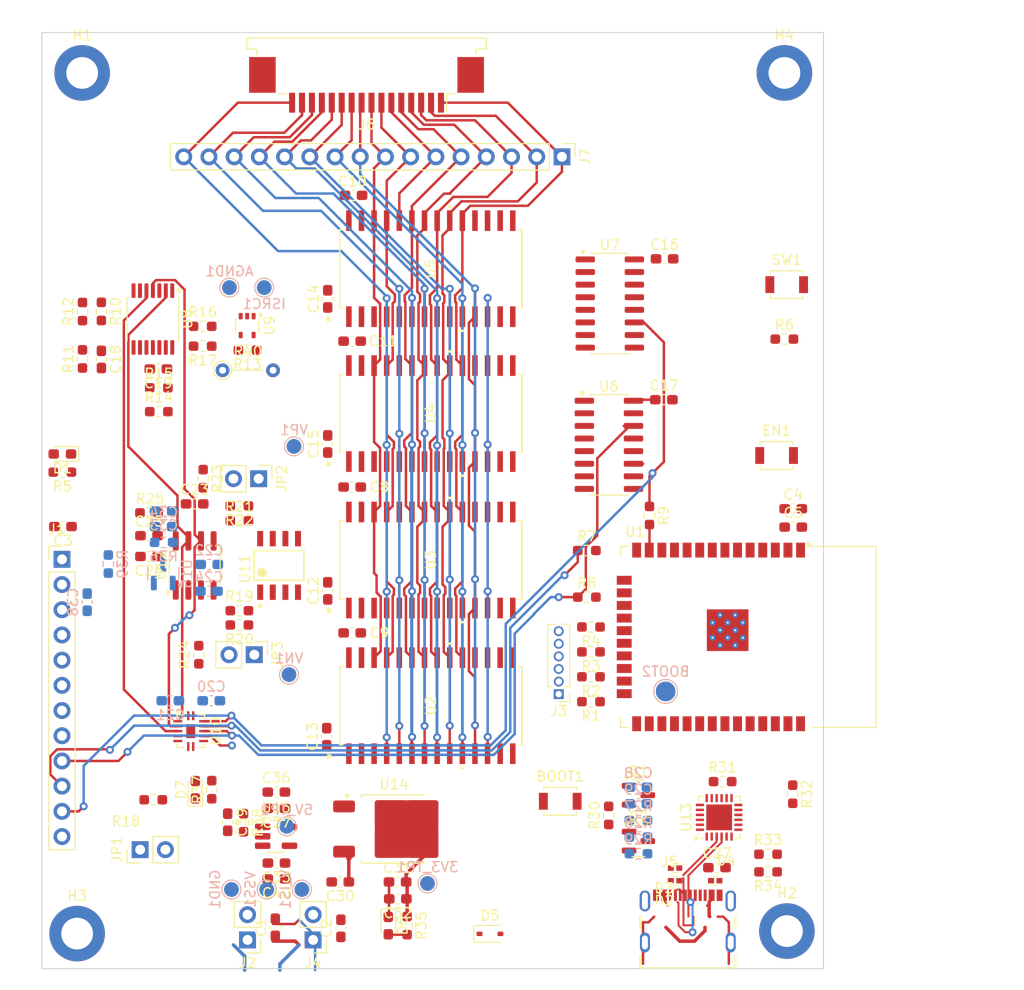
<source format=kicad_pcb>
(kicad_pcb (version 20240108) (generator "pcbnew") (generator_version "8.0")
  (layers (0 "F.Cu" signal) (1 "In1.Cu" signal "PWR.Cu") (2 "In2.Cu" signal "0V.Cu") (31 "B.Cu" signal) (34 "B.Paste" user) (35 "F.Paste" user) (36 "B.SilkS" user "B.Silkscreen") (37 "F.SilkS" user "F.Silkscreen") (38 "B.Mask" user) (39 "F.Mask" user) (44 "Edge.Cuts" user))
  (net 0 "")
  (net 1 "+3V3")
  (net 2 "+5VD")
  (net 3 "GND")
  (net 4 "/BOOT")
  (net 5 "VSS")
  (net 6 "VDD")
  (net 7 "/eit_drv/R_IS1")
  (net 8 "Net-(U12-IN+)")
  (net 9 "Net-(U12-IN-)")
  (net 10 "+5VA")
  (net 11 "/power/5V_REF")
  (net 12 "Net-(D1-A)")
  (net 13 "/power/5V_USB")
  (net 14 "Net-(D6-A)")
  (net 15 "Net-(D7-A)")
  (net 16 "/EN")
  (net 17 "/Isrc")
  (net 18 "E8")
  (net 19 "E12")
  (net 20 "E4")
  (net 21 "E15")
  (net 22 "E7")
  (net 23 "E0")
  (net 24 "E3")
  (net 25 "E1")
  (net 26 "E11")
  (net 27 "E6")
  (net 28 "E2")
  (net 29 "E9")
  (net 30 "E5")
  (net 31 "E10")
  (net 32 "E13")
  (net 33 "E14")
  (net 34 "/Vmeas+")
  (net 35 "/eit_drv/Vmeas+_ADC")
  (net 36 "/eit_drv/Vmeas-_ADC")
  (net 37 "/Vmeas-")
  (net 38 "Net-(Q1-B)")
  (net 39 "/usb2uart/RTS")
  (net 40 "Net-(Q2-B)")
  (net 41 "/usb2uart/DTR")
  (net 42 "Net-(J3-Pin_1)")
  (net 43 "/MTDI")
  (net 44 "Net-(J3-Pin_2)")
  (net 45 "/MTCLK")
  (net 46 "/MTMS")
  (net 47 "Net-(J3-Pin_3)")
  (net 48 "/MTDO")
  (net 49 "Net-(J3-Pin_4)")
  (net 50 "/IO21_LED")
  (net 51 "/IO15_SW")
  (net 52 "/SPICIPO")
  (net 53 "/SPICOPI")
  (net 54 "/SPICLK")
  (net 55 "Net-(U8-*WLAT)")
  (net 56 "Net-(U8-VL)")
  (net 57 "Net-(U8-*SHDN)")
  (net 58 "/eit_drv/R_IS2")
  (net 59 "Net-(U8-P0A)")
  (net 60 "Net-(U8-P0W)")
  (net 61 "Net-(U10-OE)")
  (net 62 "Net-(U11B-IN2-)")
  (net 63 "Net-(U11A-IN1-)")
  (net 64 "Net-(U12-VCC)")
  (net 65 "/eit_drv/SPICIPO5V")
  (net 66 "Net-(U13-SUSPEND)")
  (net 67 "Net-(U13-~{RSTb})")
  (net 68 "/usb2uart/VBUS_UART")
  (net 69 "/USB_SUSP")
  (net 71 "/RXD")
  (net 76 "/TXD")
  (net 77 "/IO17")
  (net 80 "/IO34")
  (net 81 "/DIGPOT_CS")
  (net 82 "/MUX_CS")
  (net 85 "/IO19")
  (net 87 "/IO18")
  (net 88 "/IO33")
  (net 89 "/ADC_CS")
  (net 91 "/mux_4-16/S0_A")
  (net 94 "/mux_4-16/S1_A")
  (net 96 "/MUX_EN")
  (net 97 "/mux_4-16/S3_A")
  (net 98 "/mux_4-16/S2_A")
  (net 100 "/mux_4-16/S0_B")
  (net 101 "/mux_4-16/S1_B")
  (net 104 "/mux_4-16/S3_B")
  (net 105 "/mux_4-16/S2_B")
  (net 106 "/mux_4-16/S5_A")
  (net 108 "/mux_4-16/S4_A")
  (net 109 "/mux_4-16/S7_A")
  (net 110 "/mux_4-16/S6_A")
  (net 115 "/mux_4-16/S7_B")
  (net 116 "/mux_4-16/S6_B")
  (net 117 "/mux_4-16/S5_B")
  (net 118 "/mux_4-16/S4_B")
  (net 120 "Net-(U6-QH')")
  (net 123 "/eit_drv/SPICOPI5V")
  (net 125 "/eit_drv/SPICLK5V")
  (net 127 "/eit_drv/5V_REF")
  (net 128 "/eit_drv/ADC_CS5V")
  (net 142 "GNDA")
  (net 143 "5V_USB")
  (net 149 "/USB_DN")
  (net 150 "/USB_DP")
  (footprint "Resistor_SMD:R_0603_1608Metric_Pad0.98x0.95mm_HandSolder" (layer "F.Cu") (at 222.2033 129.6943 90)
    (property "Reference" "R30")
    (property "Value" "10k")
  )
  (footprint "Capacitor_SMD:C_0603_1608Metric_Pad1.08x0.95mm_HandSolder" (layer "F.Cu") (at 193.9 107.0625 90)
    (property "Reference" "C12")
    (property "Value" "100n")
  )
  (footprint "Capacitor_SMD:C_0603_1608Metric_Pad1.08x0.95mm_HandSolder" (layer "F.Cu") (at 195.2244 141.0705 90)
    (property "Reference" "C2")
    (property "Value" "10u")
  )
  (footprint "MountingHole:MountingHole_3.2mm_M3_DIN965_Pad_TopBottom" (layer "F.Cu") (at 168.656 141.605)
    (property "Reference" "H3")
    (property "Value" "MountingHole_Pad")
  )
  (footprint "Capacitor_SMD:C_0603_1608Metric_Pad1.08x0.95mm_HandSolder" (layer "F.Cu") (at 240.7931 100.6348)
    (property "Reference" "C5")
    (property "Value" "100n")
  )
  (footprint "Connector_PinHeader_1.27mm:PinHeader_1x06_P1.27mm_Vertical" (layer "F.Cu") (at 217.17 117.475 180)
    (property "Reference" "J3")
    (property "Value" "Conn_01x06_Pin")
  )
  (footprint "Connector_PinHeader_2.54mm:PinHeader_1x02_P2.54mm_Vertical" (layer "F.Cu") (at 185.8264 142.24 180)
    (property "Reference" "J2")
    (property "Value" "Conn_01x02_Male")
  )
  (footprint "Package_SO:SOIC-16_3.9x9.9mm_P1.27mm" (layer "F.Cu") (at 222.315 78.105)
    (property "Reference" "U7")
    (property "Value" "SN74HC595")
  )
  (footprint "Resistor_SMD:R_0603_1608Metric_Pad0.98x0.95mm_HandSolder" (layer "F.Cu") (at 169.2 78.9125 90)
    (property "Reference" "R12")
    (property "Value" "10k")
  )
  (footprint "Capacitor_SMD:C_0603_1608Metric_Pad1.08x0.95mm_HandSolder" (layer "F.Cu") (at 196.3625 81.9 180)
    (property "Reference" "C11")
    (property "Value" "100n")
  )
  (footprint "Resistor_SMD:R_0603_1608Metric_Pad0.98x0.95mm_HandSolder" (layer "F.Cu") (at 181.3 80.4)
    (property "Reference" "R16")
    (property "Value" "0R")
  )
  (footprint "Resistor_SMD:R_0603_1608Metric_Pad0.98x0.95mm_HandSolder" (layer "F.Cu") (at 175.9 99.2 180)
    (property "Reference" "R25")
    (property "Value" "0R")
  )
  (footprint "Capacitor_SMD:C_0603_1608Metric_Pad1.08x0.95mm_HandSolder" (layer "F.Cu") (at 188.7231 136.0932 180)
    (property "Reference" "C40")
    (property "Value" "470n")
  )
  (footprint "Connector_PinHeader_2.54mm:PinHeader_1x02_P2.54mm_Vertical" (layer "F.Cu") (at 186.944 95.758 -90)
    (property "Reference" "JP2")
    (property "Value" "Jumper_2_Open")
  )
  (footprint "DG406DYZ:SOIC28_7P60X18P10_INR-M" (layer "F.Cu") (at 204.2867 89.196752 90)
    (property "Reference" "U4")
    (property "Value" "DG406DYZ")
  )
  (footprint "Resistor_SMD:R_0603_1608Metric_Pad0.98x0.95mm_HandSolder" (layer "F.Cu") (at 185.4231 130.4307 -90)
    (property "Reference" "R38")
    (property "Value" "2R")
  )
  (footprint "Resistor_SMD:R_0603_1608Metric_Pad0.98x0.95mm_HandSolder" (layer "F.Cu") (at 182.2196 127.1035 90)
    (property "Reference" "R37")
    (property "Value" "200R")
  )
  (footprint "Capacitor_SMD:C_0603_1608Metric_Pad1.08x0.95mm_HandSolder" (layer "F.Cu") (at 196.3625 111.3 180)
    (property "Reference" "C9")
    (property "Value" "100n")
  )
  (footprint "Resistor_SMD:R_0603_1608Metric_Pad0.98x0.95mm_HandSolder" (layer "F.Cu") (at 176.3287 128.1176 180)
    (property "Reference" "R18")
    (property "Value" "10k")
  )
  (footprint "Connector_PinHeader_2.54mm:PinHeader_1x02_P2.54mm_Vertical" (layer "F.Cu") (at 192.4304 142.24 180)
    (property "Reference" "J4")
    (property "Value" "Conn_01x02_Male")
  )
  (footprint "Package_TO_SOT_SMD:TO-252-2" (layer "F.Cu") (at 200.5856 131.0665)
    (property "Reference" "U14")
    (property "Value" "LD1086DT33TR")
  )
  (footprint "Capacitor_SMD:C_0603_1608Metric_Pad1.08x0.95mm_HandSolder" (layer "F.Cu") (at 227.7625 87.8)
    (property "Reference" "C17")
    (property "Value" "100n")
  )
  (footprint "Package_TO_SOT_SMD:SOT-23" (layer "F.Cu") (at 225.2005 127.6582)
    (property "Reference" "Q1")
    (property "Value" "BC848")
  )
  (footprint "Capacitor_SMD:C_0603_1608Metric_Pad1.08x0.95mm_HandSolder" (layer "F.Cu") (at 193.8 121.7625 90)
    (property "Reference" "C13")
    (property "Value" "100n")
  )
  (footprint "LED_SMD:LED_0603_1608Metric_Pad1.05x0.95mm_HandSolder" (layer "F.Cu") (at 167.1714 93.2688 180)
    (property "Reference" "D1")
    (property "Value" "150060VS75000")
  )
  (footprint "Resistor_SMD:R_0603_1608Metric_Pad0.98x0.95mm_HandSolder" (layer "F.Cu") (at 201.9 140.8 -90)
    (property "Reference" "R35")
    (property "Value" "100R")
  )
  (footprint "Resistor_SMD:R_0603_1608Metric_Pad0.98x0.95mm_HandSolder" (layer "F.Cu") (at 220 107.696)
    (property "Reference" "R8")
    (property "Value" "68R")
  )
  (footprint "Capacitor_SMD:C_0603_1608Metric_Pad1.08x0.95mm_HandSolder" (layer "F.Cu") (at 240.792 98.7852)
    (property "Reference" "C4")
    (property "Value" "1u")
  )
  (footprint "DG406DYZ:SOIC28_7P60X18P10_INR-M" (layer "F.Cu") (at 204.2867 74.591752 90)
    (property "Reference" "U5")
    (property "Value" "DG406DYZ")
  )
  (footprint "Resistor_SMD:R_0603_1608Metric_Pad0.98x0.95mm_HandSolder" (layer "F.Cu") (at 176.8875 86.6)
    (property "Reference" "R15")
    (property "Value" "0R")
  )
  (footprint "Capacitor_SMD:C_0603_1608Metric_Pad1.08x0.95mm_HandSolder" (layer "F.Cu") (at 167.2325 100.584 180)
    (property "Reference" "C3")
    (property "Value" "100n")
  )
  (footprint "DG406DYZ:SOIC28_7P60X18P10_INR-M" (layer "F.Cu") (at 204.2867 103.954152 90)
    (property "Reference" "U3")
    (property "Value" "DG406DYZ")
  )
  (footprint "SOD882D:D_SOD-882" (layer "F.Cu") (at 232.5108 136.274)
    (property "Reference" "D4")
    (property "Value" "UAD8C05L01")
  )
  (footprint "RF_Module:ESP32-WROOM-32" (layer "F.Cu") (at 233.279 111.705 -90)
    (property "Reference" "U1")
    (property "Value" "ESP32-WROOM-32")
  )
  (footprint "Capacitor_SMD:C_0603_1608Metric_Pad1.08x0.95mm_HandSolder" (layer "F.Cu") (at 175.9 103.6 180)
    (property "Reference" "C26")
    (property "Value" "100n")
  )
  (footprint "Capacitor_SMD:C_0603_1608Metric_Pad1.08x0.95mm_HandSolder" (layer "F.Cu") (at 193.9 92.2625 90)
    (property "Reference" "C15")
    (property "Value" "100n")
  )
  (footprint "MountingHole:MountingHole_3.2mm_M3_DIN965_Pad_TopBottom" (layer "F.Cu") (at 169.164 54.864)
    (property "Reference" "H1")
    (property "Value" "MountingHole_Pad")
  )
  (footprint "Package_SO:SOIC-16_3.9x9.9mm_P1.27mm" (layer "F.Cu") (at 222.225 92.345)
    (property "Reference" "U6")
    (property "Value" "SN74HC595")
  )
  (footprint "Resistor_SMD:R_0603_1608Metric_Pad0.98x0.95mm_HandSolder" (layer "F.Cu") (at 220.4193 118.2324 180)
    (property "Reference" "R1")
    (property "Value" "100R")
  )
  (footprint "Resistor_SMD:R_0603_1608Metric_Pad0.98x0.95mm_HandSolder" (layer "F.Cu") (at 181.3 82.4 180)
    (property "Reference" "R17")
    (property "Value" "0R")
  )
  (footprint "Capacitor_SMD:C_0603_1608Metric_Pad1.08x0.95mm_HandSolder" (layer "F.Cu") (at 180.5 98.3)
    (property "Reference" "C23")
    (property "Value" "10n")
  )
  (footprint "Resistor_SMD:R_0603_1608Metric_Pad0.98x0.95mm_HandSolder" (layer "F.Cu") (at 233.68 126.2888)
    (property "Reference" "R31")
    (property "Value" "10K")
  )
  (footprint "Connector_PinHeader_2.54mm:PinHeader_1x02_P2.54mm_Vertical" (layer "F.Cu") (at 175.006 133.1468 90)
    (property "Reference" "JP1")
    (property "Value" "Jumper_2_Open")
  )
  (footprint "MountingHole:MountingHole_3.2mm_M3_DIN965_Pad_TopBottom" (layer "F.Cu") (at 240.157 141.351)
    (property "Reference" "H2")
    (property "Value" "MountingHole_Pad")
  )
  (footprint "vt-footprints:DHVQFN14-2.5x3" (layer "F.Cu") (at 180.1 121.2 -90)
    (property "Reference" "U10")
    (property "Value" "NTS0104BQ")
  )
  (footprint "Capacitor_SMD:C_0603_1608Metric_Pad1.08x0.95mm_HandSolder" (layer "F.Cu") (at 188.7356 134.4932 180)
    (property "Reference" "C35")
    (property "Value" "100n")
  )
  (footprint "Capacitor_SMD:C_0603_1608Metric_Pad1.08x0.95mm_HandSolder" (layer "F.Cu") (at 188.7231 127.3432)
    (property "Reference" "C36")
    (property "Value" "470n")
  )
  (footprint "Capacitor_SMD:C_0603_1608Metric_Pad1.08x0.95mm_HandSolder" (layer "F.Cu") (at 193.9 77.6375 90)
    (property "Reference" "C14")
    (property "Value" "100n")
  )
  (footprint "Package_TO_SOT_SMD:SOT-353_SC-70-5" (layer "F.Cu") (at 185.786 80.33 -90)
    (property "Reference" "U9")
    (property "Value" "PSSI2021SAY")
  )
  (footprint "Connector_FFC-FPC:TE_1-84952-6_1x16-1MP_P1.0mm_Horizontal" (layer "F.Cu") (at 197.8097 56.062452 180)
    (property "Reference" "J6")
    (property "Value" "Conn_01x16")
  )
  (footprint "Package_SO:SOIC-8_3.9x4.9mm_P1.27mm" (layer "F.Cu") (at 180.5 104.5 90)
    (property "Reference" "U12")
    (property "Value" "LTC1864")
  )
  (footprint "Resistor_SMD:R_0603_1608Metric_Pad0.98x0.95mm_HandSolder" (layer "F.Cu") (at 240.7412 127.5569 -90)
    (property "Reference" "R32")
    (property "Value" "10k")
  )
  (footprint "Capacitor_SMD:C_0603_1608Metric_Pad1.08x0.95mm_HandSolder" (layer "F.Cu") (at 233.1079 134.9532)
    (property "Reference" "C27")
    (property "Value" "10u")
  )
  (footprint "Capacitor_SMD:C_0603_1608Metric_Pad1.08x0.95mm_HandSolder" (layer "F.Cu") (at 200.9625 138.1 180)
    (property "Reference" "C32")
    (property "Value" "10u")
  )
  (footprint "LED_SMD:LED_0603_1608Metric_Pad1.05x0.95mm_HandSolder" (layer "F.Cu") (at 200 140.8 -90)
    (property "Reference" "D6")
    (property "Value" "150060VS75000")
  )
  (footprint "Resistor_SMD:R_0603_1608Metric_Pad0.98x0.95mm_HandSolder" (layer "F.Cu") (at 185 110.5 180)
    (property "Reference" "R20")
    (property "Value" "3k 1%")
  )
  (footprint "Resistor_SMD:R_0603_1608Metric_Pad0.98x0.95mm_HandSolder" (layer "F.Cu") (at 185 109.062)
    (property "Reference" "R19")
    (property "Value" "1k 1%")
  )
  (footprint "Package_DFN_QFN:QFN-24-1EP_4x4mm_P0.5mm_EP2.6x2.6mm" (layer "F.Cu") (at 233.329 129.8885 90)
    (property "Reference" "U13")
    (property "Value" "CP2102N-A01-GQFN24")
  )
  (footprint "Capacitor_SMD:C_0603_1608Metric_Pad1.08x0.95mm_HandSolder" (layer "F.Cu") (at 196.5 67.2 180)
    (property "Reference" "C10")
    (property "Value" "100n")
  )
  (footprint "Package_SO:TSSOP-14_4.4x5mm_P0.65mm" (layer "F.Cu") (at 176.29 79.6705 -90)
    (property "Reference" "U8")
    (property "Value" "MCP41HV51-103E/ST")
  )
  (footprint "Button_Switch_SMD:SW_SPST_B3U-1000P" (layer "F.Cu") (at 240.1316 76.2)
    (property "Reference" "SW1")
    (property "Value" "PTS636")
  )
  (footprint "Package_TO_SOT_SMD:SOT-23" (layer "F.Cu") (at 225.2005 132.2832)
    (property "Reference" "Q2")
    (property "Value" "BC848")
  )
  (footprint "Resistor_SMD:R_0603_1608Metric_Pad0.98x0.95mm_HandSolder" (layer "F.Cu") (at 220.4193 113.2124 180)
    (property "Reference" "R3")
    (property "Value" "100R")
  )
  (footprint "Connector_PinHeader_2.54mm:PinHeader_1x16_P2.54mm_Vertical" (layer "F.Cu") (at 217.4947 63.317452 -90)
    (property "Reference" "J7")
    (property "Value" "Conn_01x16")
  )
  (footprint "Capacitor_SMD:C_0603_1608Metric_Pad1.08x0.95mm_HandSolder" (layer "F.Cu") (at 227.8375 73.6)
    (property "Reference" "C16")
    (property "Value" "100n")
  )
  (footprint "Button_Switch_SMD:SW_SPST_B3U-1000P" (layer "F.Cu") (at 239.1156 93.4212)
    (property "Reference" "EN1")
    (property "Value" "PTS636 SM50 SMTR LFS")
  )
  (footprint "Capacitor_SMD:C_0603_1608Metric_Pad1.08x0.95mm_HandSolder" (layer "F.Cu") (at 188.6204 140.97 90)
    (property "Reference" "C1")
    (property "Value" "10u")
  )
  (footprint "Connector_PinHeader_2.54mm:PinHeader_1x02_P2.54mm_Vertical" (layer "F.Cu") (at 186.5 113.5 -90)
    (property "Reference" "JP3")
    (property "Value" "Jumper_2_Open")
  )
  (footprint "Resistor_SMD:R_0603_1608Metric_Pad0.98x0.95mm_HandSolder" (layer "F.Cu") (at 238.2558 135.382 180)
    (property "Reference" "R34")
    (property "Value" "47K")
  )
  (footprint "Resistor_THT:R_Axial_DIN0204_L3.6mm_D1.6mm_P5.08mm_Vertical" (layer "F.Cu") (at 183.31 84.836)
    (property "Reference" "R40")
    (property "Value" "0R")
  )
  (footprint "USB-C-GTC:GCT_USB4105-GF-A" (layer "F.Cu") (at 230.1728 142.494)
    (property "Reference" "J5")
    (property "Value" "USB_C_HEADER")
  )
  (footprint "Capacitor_SMD:C_0603_1608Metric_Pad1.08x0.95mm_HandSolder" (layer "F.Cu") (at 176.8375 84.7 180)
    (property "Reference" "C19")
    (property "Value" "100n")
  )
  (footprint "SOD882D:D_SOD-882" (layer "F.Cu") (at 229.3128 136.274 180)
    (property "Reference" "D2")
    (property "Value" "UAD8C05L01")
  )
  (footprint "Resistor_SMD:R_0603_1608Metric_Pad0.98x0.95mm_HandSolder" (layer "F.Cu") (at 239.8971 81.688)
    (property "Reference" "R6")
    (property "Value" "10k")
  )
  (footprint "Diode_SMD:D_SOD-323" (layer "F.Cu") (at 210.2444 141.6304)
    (property "Reference" "D5")
    (property "Value" "BAT760-7")
  )
  (footprint "Resistor_SMD:R_0603_1608Metric_Pad0.98x0.95mm_HandSolder" (layer "F.Cu") (at 181.356 95.758 -90)
    (property "Reference" "R23")
    (property "Value" "100R")
  )
  (footprint "Connector_PinHeader_2.54mm:PinHeader_1x12_P2.54mm_Vertical" (layer "F.Cu") (at 167.132 103.886)
    (property "Reference" "J1")
    (property "Value" "Conn_01x12_Pin")
  )
  (footprint "Capacitor_SMD:C_0603_1608Metric_Pad1.08x0.95mm_HandSolder" (layer "F.Cu") (at 188.7356 128.9932 180)
    (property "Reference" "C37")
    (property "Value" "1u")
  )
  (footprint "Capacitor_SMD:C_0603_1608Metric_Pad1.08x0.95mm_HandSolder" (layer "F.Cu") (at 175.9 101.5)
    (property "Reference" "C25")
    (property "Value" "1u")
  )
  (footprint "Capacitor_SMD:C_0603_1608Metric_Pad1.08x0.95mm_HandSolder" (layer "F.Cu") (at 196.3625 96.6 180)
    (property "Reference" "C8")
    (property "Value" "100n")
  )
  (footprint "DG406DYZ:SOIC28_7P60X18P10_INR-M" (layer "F.Cu") (at 204.2867 118.635352 90)
    (property "Reference" "U2")
    (property "Value" "DG406DYZ")
  )
  (footprint "Resistor_SMD:R_0603_1608Metric_Pad0.98x0.95mm_HandSolder" (layer "F.Cu") (at 226.314 99.4664 -90)
    (property "Reference" "R9")
    (property "Value" "68R")
  )
  (footprint "Resistor_SMD:R_0603_1608Metric_Pad0.98x0.95mm_HandSolder" (layer "F.Cu") (at 180.912 113.5 90)
    (property "Reference" "R24")
    (property "Value" "100R")
  )
  (footprint "Resistor_SMD:R_0603_1608Metric_Pad0.98x0.95mm_HandSolder" (layer "F.Cu") (at 220.4193 115.7224 180)
    (property "Reference" "R2")
    (property "Value" "100R")
  )
  (footprint "Resistor_SMD:R_0603_1608Metric_Pad0.98x0.95mm_HandSolder" (layer "F.Cu") (at 220.4193 110.7024 180)
    (property "Reference" "R4")
    (property "Value" "100R")
  )
  (footprint "Capacitor_SMD:C_0603_1608Metric_Pad1.08x0.95mm_HandSolder" (layer "F.Cu") (at 171.1 83.7375 -90)
    (property "Reference" "C18")
    (property "Value" "100n")
  )
  (footprint "MountingHole:MountingHole_3.2mm_M3_DIN965_Pad_TopBottom" (layer "F.Cu") (at 239.903 54.864)
    (property "Reference" "H4")
    (property "Value" "MountingHole_Pad")
  )
  (footprint "Button_Switch_SMD:SW_SPST_B3U-1000P" (layer "F.Cu") (at 217.3224 128.27)
    (property "Reference" "BOOT1")
    (property "Value" "PTS636 SM50 SMTR LFS")
  )
  (footprint "Resistor_SMD:R_0603_1608Metric_Pad0.98x0.95mm_HandSolder" (layer "F.Cu") (at 238.252 133.604)
    (property "Reference" "R33")
    (property "Value" "22K")
  )
  (footprint "Capacitor_SMD:C_0603_1608Metric_Pad1.08x0.95mm_HandSolder" (layer "F.Cu") (at 200.9375 136.4)
    (property "Reference" "C31")
    (property "Value" "100n")
  )
  (footprint "Resistor_SMD:R_0603_1608Metric_Pad0.98x0.95mm_HandSolder" (layer "F.Cu") (at 185 98.5 180)
    (property "Reference" "R22")
    (property "Value" "3k 1%")
  )
  (footprint "Resistor_SMD:R_0603_1608Metric_Pad0.98x0.95mm_HandSolder" (layer "F.Cu") (at 171.1 78.9 -90)
    (property "Reference" "R10")
    (property "Value" "10k")
  )
  (footprint "OPA2991IDR:D0008A-MFG" (layer "F.Cu") (at 189 104.5 90)
    (property "Reference" "U11")
    (property "Value" "OPA2991IDR")
  )
  (footprint "Capacitor_SMD:C_0603_1608Metric_Pad1.08x0.95mm_HandSolder" (layer "F.Cu") (at 183.8231 130.3807 -90)
    (property "Reference" "C39")
    (property "Value" "100n")
  )
  (footprint "Resistor_SMD:R_0603_1608Metric_Pad0.98x0.95mm_HandSolder" (layer "F.Cu") (at 169.2 83.6875 90)
    (property "Reference" "R11")
    (property "Value" "0R")
  )
  (footprint "Package_TO_SOT_SMD:SOT-23-5_HandSoldering" (layer "F.Cu") (at 188.6961 131.7992)
    (property "Reference" "U16")
    (property "Value" "LDK715M50R_SOT23-5")
  )
  (footprint "Resistor_SMD:R_0603_1608Metric_Pad0.98x0.95mm_HandSolder" (layer "F.Cu") (at 185 100)
    (property "Reference" "R21")
    (property "Value" "1k 1%")
  )
  (footprint "Resistor_SMD:R_0603_1608Metric_Pad0.98x0.95mm_HandSolder" (layer "F.Cu") (at 167.1695 95.0976 180)
    (property "Reference" "R5")
    (property "Value" "100R")
  )
  (footprint "Capacitor_SMD:C_0603_1608Metric_Pad1.08x0.95mm_HandSolder" (layer "F.Cu") (at 195.1625 136.4 180)
    (property "Reference" "C30")
    (property "Value" "10u")
  )
  (footprint "Resistor_SMD:R_0603_1608Metric_Pad0.98x0.95mm_HandSolder" (layer "F.Cu") (at 220 103)
    (property "Reference" "R7")
    (property "Value" "68R")
  )
  (footprint "SOD882D:D_SOD-882" (layer "F.Cu") (at 229.3128 135.004 180)
    (property "Reference" "D3")
    (property "Value" "UAD8C05L01")
  )
  (footprint "LED_SMD:LED_0603_1608Metric_Pad1.05x0.95mm_HandSolder" (layer "F.Cu") (at 180.5696 127.1085 90)
    (property "Reference" "D7")
    (property "Value" "150060VS75000")
  )
  (footprint "Resistor_SMD:R_0603_1608Metric_Pad0.98x0.95mm_HandSolder" (layer "F.Cu") (at 176.8875 89)
    (property "Reference" "R14")
    (property "Value" "0R")
  )
  (footprint "Resistor_SMD:R_0603_1608Metric_Pad0.98x0.95mm_HandSolder" (layer "F.Cu") (at 185.8125 82.8 180)
    (property "Reference" "R13")
    (property "Value" "680R")
  )
  (footprint "TestPoint:TestPoint_Pad_D1.5mm" (layer "B.Cu") (at 189.7731 130.7932 180)
    (property "Reference" "5V_TP1")
    (property "Value" "TestPoint")
  )
  (footprint "Capacitor_SMD:C_0603_1608Metric_Pad1.08x0.95mm_HandSolder" (layer "B.Cu") (at 181.9375 107.1 180)
    (property "Reference" "C24")
    (property "Value" "1n")
  )
  (footprint "Resistor_SMD:R_0603_1608Metric_Pad0.98x0.95mm_HandSolder" (layer "B.Cu") (at 225.1983 130.2004 180)
    (property "Reference" "R27")
    (property "Value" "10k")
  )
  (footprint "Capacitor_SMD:C_0603_1608Metric_Pad1.08x0.95mm_HandSolder" (layer "B.Cu") (at 225.1994 126.8476 180)
    (property "Reference" "C28")
    (property "Value" "4u7")
  )
  (footprint "Resistor_SMD:R_0603_1608Metric_Pad0.98x0.95mm_HandSolder" (layer "B.Cu") (at 225.1983 133.5532 180)
    (property "Reference" "R29")
    (property "Value" "10k")
  )
  (footprint "TestPoint:TestPoint_Pad_D1.5mm" (layer "B.Cu") (at 190.5 92.5 180)
    (property "Reference" "VP1")
    (property "Value" "TestPoint")
  )
  (footprint "Resistor_SMD:R_0603_1608Metric_Pad0.98x0.95mm_HandSolder" (layer "B.Cu") (at 225.1983 131.8768 180)
    (property "Reference" "R28")
    (property "Value" "10k")
  )
  (footprint "Capacitor_SMD:C_0603_1608Metric_Pad1.08x0.95mm_HandSolder" (layer "B.Cu") (at 225.1983 128.524 180)
    (property "Reference" "C29")
    (property "Value" "100n")
  )
  (footprint "TestPoint:TestPoint_Pad_D1.5mm" (layer "B.Cu") (at 190 115.5 180)
    (property "Reference" "VN1")
    (property "Value" "TestPoint")
  )
  (footprint "Capacitor_SMD:C_0603_1608Metric_Pad1.08x0.95mm_HandSolder" (layer "B.Cu") (at 177.3721 100.584 180)
    (property "Reference" "C34")
    (property "Value" "1u")
  )
  (footprint "Capacitor_SMD:C_0603_1608Metric_Pad1.08x0.95mm_HandSolder" (layer "B.Cu") (at 169.672 108.204 -90)
    (property "Reference" "C38")
    (property "Value" "100n")
  )
  (footprint "TestPoint:TestPoint_Pad_D2.0mm" (layer "B.Cu") (at 227.9396 117.1956 180)
    (property "Reference" "BOOT2")
    (property "Value" "TP_s")
  )
  (footprint "Capacitor_SMD:C_0603_1608Metric_Pad1.08x0.95mm_HandSolder" (layer "B.Cu") (at 181.9625 104.4 180)
    (property "Reference" "C22")
    (property "Value" "1n")
  )
  (footprint "Capacitor_SMD:C_0603_1608Metric_Pad1.08x0.95mm_HandSolder" (layer "B.Cu") (at 182.169 118.136 180)
    (property "Reference" "C20")
    (property "Value" "100n")
  )
  (footprint "Package_TO_SOT_SMD:SOT-23" (layer "B.Cu") (at 177.3365 105.3361 90)
    (property "Reference" "U15")
    (property "Value" "ADR5045BRTZ")
  )
  (footprint "Capacitor_SMD:C_0603_1608Metric_Pad1.08x0.95mm_HandSolder" (layer "B.Cu") (at 177.3732 99.0092)
    (property "Reference" "C33")
    (property "Value" "100n")
  )
  (footprint "Resistor_SMD:R_0603_1608Metric_Pad0.98x0.95mm_HandSolder" (layer "B.Cu") (at 177.3686 102.178)
    (property "Reference" "R36")
    (property "Value" "10k")
  )
  (footprint "TestPoint:TestPoint_Pad_D1.5mm" (layer "B.Cu") (at 184.2024 137.16 -90)
    (property "Reference" "GND1")
    (property "Value" "TestPoint")
  )
  (footprint "TestPoint:TestPoint_Pad_D1.5mm" (layer "B.Cu") (at 203.95 136.55 180)
    (property "Reference" "3V3_TP1")
    (property "Value" "TestPoint")
  )
  (footprint "Resistor_SMD:R_0603_1608Metric_Pad0.98x0.95mm_HandSolder" (layer "B.Cu") (at 171.8 104.3625 90)
    (property "Reference" "R39")
    (property "Value" "0R")
  )
  (footprint "TestPoint:TestPoint_Pad_D1.5mm" (layer "B.Cu") (at 187.5 76.5)
    (property "Reference" "ISRC1")
    (property "Value" "TestPoint")
  )
  (footprint "Capacitor_SMD:C_0603_1608Metric_Pad1.08x0.95mm_HandSolder" (layer "B.Cu") (at 178.044 118.136)
    (property "Reference" "C21")
    (property "Value" "100n")
  )
  (footprint "TestPoint:TestPoint_Pad_D1.5mm" (layer "B.Cu") (at 191.3024 137.16 -90)
    (property "Reference" "V_IS1")
    (property "Value" "TestPoint")
  )
  (footprint "TestPoint:TestPoint_Pad_D1.5mm" (layer "B.Cu") (at 187.7524 137.16 -90)
    (property "Reference" "VSS1")
    (property "Value" "TestPoint")
  )
  (footprint "TestPoint:TestPoint_Pad_D1.5mm" (layer "B.Cu") (at 184 76.5 180)
    (property "Reference" "AGND1")
    (property "Value" "TestPoint")
  )
  (gr_line (start 227.7728 138.179) (end 228.1538 138.814) (stroke (width 0.2)) (layer "F.Cu") (net 143))
  (gr_line (start 232.0908 138.814) (end 232.5988 138.179) (stroke (width 0.2)) (layer "F.Cu") (net 143))
  (gr_rect (start 165.1 50.8) (end 243.84 145.1356) (stroke (width 0.1)) (fill none) (layer "Edge.Cuts"))
  (segment (start 201.8 135.589) (end 204.11 133.279) (width 0.35) (layer "F.Cu") (net 1))
  (segment (start 224.8 87.8) (end 224.7 87.9) (width 0.25) (layer "F.Cu") (net 1))
  (segment (start 201.8 136.4) (end 201.8 135.589) (width 0.35) (layer "F.Cu") (net 1))
  (segment (start 226.9 87.8) (end 224.8 87.8) (width 0.25) (layer "F.Cu") (net 1))
  (segment (start 201.9 139.8875) (end 201.9 136.5) (width 0.35) (layer "F.Cu") (net 1))
  (segment (start 201.9 136.5) (end 201.8 136.4) (width 0.35) (layer "F.Cu") (net 1))
  (segment (start 188.4 142.3625) (end 190.6225 142.3625) (width 0.35) (layer "F.Cu") (net 3))
  (segment (start 233.184 139.895) (end 233.729 139.895) (width 0.25) (layer "F.Cu") (net 3))
  (segment (start 234.304 144.65) (end 234.304 140.47) (width 0.25) (layer "F.Cu") (net 3))
  (segment (start 200.075 136.4) (end 200.075 139.85) (width 0.25) (layer "F.Cu") (net 3))
  (segment (start 226.209 140.47) (end 226.784 139.895) (width 0.25) (layer "F.Cu") (net 3))
  (segment (start 225.664 140.47) (end 226.209 140.47) (width 0.25) (layer "F.Cu") (net 3))
  (segment (start 190.6225 142.3625) (end 191.008 142.748) (width 0.35) (layer "F.Cu") (net 3))
  (segment (start 200.075 139.85) (end 200 139.925) (width 0.25) (layer "F.Cu") (net 3))
  (segment (start 233.729 139.895) (end 234.304 140.47) (width 0.25) (layer "F.Cu") (net 3))
  (segment (start 225.664 140.47) (end 225.664 144.65) (width 0.25) (layer "F.Cu") (net 3))
  (segment (start 189.082 145.288) (end 189.082 144.674) (width 0.35) (layer "B.Cu") (net 3))
  (segment (start 192.632 141.832) (end 191.008 140.208) (width 0.25) (layer "B.Cu") (net 3))
  (segment (start 192.632 145.288) (end 192.632 141.832) (width 0.25) (layer "B.Cu") (net 3))
  (segment (start 189.082 144.674) (end 191.008 142.748) (width 0.35) (layer "B.Cu") (net 3))
  (segment (start 185.532 143.876) (end 184.404 142.748) (width 0.35) (layer "B.Cu") (net 3))
  (segment (start 185.532 145.288) (end 185.532 143.876) (width 0.35) (layer "B.Cu") (net 3))
  (segment (start 188.4 140.6375) (end 190.5785 140.6375) (width 0.25) (layer "F.Cu") (net 5))
  (segment (start 190.5785 140.6375) (end 191.008 140.208) (width 0.25) (layer "F.Cu") (net 5))
  (segment (start 196.025 134.144) (end 196.135 134.034) (width 0.35) (layer "F.Cu") (net 6))
  (segment (start 196.025 136.4) (end 196.025 134.144) (width 0.35) (layer "F.Cu") (net 6))
  (segment (start 196.135 134.034) (end 195.934 134.034) (width 0.35) (layer "F.Cu") (net 6))
  (segment (start 201.9 141.7125) (end 200.0375 141.7125) (width 0.25) (layer "F.Cu") (net 14))
  (segment (start 200.0375 141.7125) (end 200 141.675) (width 0.25) (layer "F.Cu") (net 14))
  (segment (start 208.7317 79.443152) (end 208.7317 76.623752) (width 0.25) (layer "F.Cu") (net 18))
  (segment (start 197.1747 57.997452) (end 197.3097 57.862452) (width 0.25) (layer "F.Cu") (net 18))
  (segment (start 197.1747 63.317452) (end 197.1747 57.997452) (width 0.25) (layer "F.Cu") (net 18))
  (segment (start 208.1273 94.639852) (end 208.7317 94.035452) (width 0.25) (layer "F.Cu") (net 18))
  (segment (start 208.1221 85.719252) (end 208.1221 80.040052) (width 0.25) (layer "F.Cu") (net 18))
  (segment (start 208.7317 115.767452) (end 208.7317 120.604047) (width 0.25) (layer "F.Cu") (net 18))
  (segment (start 208.7317 86.328852) (end 208.1221 85.719252) (width 0.25) (layer "F.Cu") (net 18))
  (segment (start 208.7424 79.390547) (end 208.7424 76.571147) (width 0.25) (layer "F.Cu") (net 18))
  (segment (start 208.7317 115.767452) (end 208.1221 115.157852) (width 0.25) (layer "F.Cu") (net 18))
  (segment (start 208.7424 123.434147) (end 208.7424 120.614747) (width 0.25) (layer "F.Cu") (net 18))
  (segment (start 208.7424 93.970147) (end 208.7424 91.150747) (width 0.25) (layer "F.Cu") (net 18))
  (segment (start 208.7424 108.702147) (end 208.7424 105.882747) (width 0.25) (layer "F.Cu") (net 18))
  (segment (start 208.7317 108.792852) (end 208.7317 101.086252) (width 0.25) (layer "F.Cu") (net 18))
  (segment (start 208.7317 94.035452) (end 208.7317 86.328852) (width 0.25) (layer "F.Cu") (net 18))
  (segment (start 208.1273 100.481852) (end 208.1273 94.639852) (width 0.25) (layer "F.Cu") (net 18))
  (segment (start 208.7317 101.086252) (end 208.1273 100.481852) (width 0.25) (layer "F.Cu") (net 18))
  (segment (start 208.1221 115.157852) (end 208.1221 109.402452) (width 0.25) (layer "F.Cu") (net 18))
  (segment (start 208.1221 109.402452) (end 208.7317 108.792852) (width 0.25) (layer "F.Cu") (net 18))
  (segment (start 208.1221 80.040052) (end 208.7317 79.430452) (width 0.25) (layer "F.Cu") (net 18))
  (segment (start 208.7317 120.604047) (end 208.7424 120.614747) (width 0.25) (layer "F.Cu") (net 18))
  (via (at 208.7424 76.571147) (size 0.8) (drill 0.4) (layers "F.Cu" "B.Cu") (net 18))
  (via (at 208.7424 91.150747) (size 0.8) (drill 0.4) (layers "F.Cu" "B.Cu") (net 18))
  (via (at 208.7424 105.882747) (size 0.8) (drill 0.4) (layers "F.Cu" "B.Cu") (net 18))
  (via (at 208.7424 120.614747) (size 0.8) (drill 0.4) (layers "F.Cu" "B.Cu") (net 18))
  (segment (start 208.7424 76.571147) (end 208.7424 91.150747) (width 0.25) (layer "B.Cu") (net 18))
  (segment (start 208.7317 76.623752) (end 197.1747 65.066752) (width 0.25) (layer "B.Cu") (net 18))
  (segment (start 197.1747 65.066752) (end 197.1747 63.317452) (width 0.25) (layer "B.Cu") (net 18))
  (segment (start 208.7424 105.882747) (end 208.7424 120.614747) (width 0.25) (layer "B.Cu") (net 18))
  (segment (start 208.7424 91.150747) (end 208.7424 105.882747) (width 0.25) (layer "B.Cu") (net 18))
  (segment (start 193.3097 57.862452) (end 193.3097 58.817452) (width 0.25) (layer "F.Cu") (net 19))
  (segment (start 203.6624 79.390547) (end 203.6624 76.571147) (width 0.25) (layer "F.Cu") (net 19))
  (segment (start 193.3097 58.817452) (end 190.3337 61.793452) (width 0.25) (layer "F.Cu") (net 19))
  (segment (start 188.5387 61.793452) (end 187.0147 63.317452) (width 0.25) (layer "F.Cu") (net 19))
  (segment (start 203.6517 94.035452) (end 203.6517 91.216052) (width 0.25) (layer "F.Cu") (net 19))
  (segment (start 203.6624 108.778347) (end 203.6624 105.958947) (width 0.25) (layer "F.Cu") (net 19))
  (segment (start 203.6517 79.430452) (end 203.6517 76.611052) (width 0.25) (layer "F.Cu") (net 19))
  (segment (start 203.6624 123.459547) (end 203.6624 120.640147) (width 0.25) (layer "F.Cu") (net 19))
  (segment (start 190.3337 61.793452) (end 188.5387 61.793452) (width 0.25) (layer "F.Cu") (net 19))
  (segment (start 203.6517 108.818252) (end 203.6517 105.998852) (width 0.25) (layer "F.Cu") (net 19))
  (segment (start 203.6624 93.995547) (end 203.6624 91.176147) (width 0.25) (layer "F.Cu") (net 19))
  (via (at 203.6517 120.680052) (size 0.8) (drill 0.4) (layers "F.Cu" "B.Cu") (net 19))
  (via (at 203.6624 91.176147) (size 0.8) (drill 0.4) (layers "F.Cu" "B.Cu") (net 19))
  (via (at 203.6624 105.958947) (size 0.8) (drill 0.4) (layers "F.Cu" "B.Cu") (net 19))
  (via (at 203.6517 76.611052) (size 0.8) (drill 0.4) (layers "F.Cu" "B.Cu") (net 19))
  (segment (start 203.6624 76.571147) (end 203.6624 91.176147) (width 0.25) (layer "B.Cu") (net 19))
  (segment (start 194.472352 67.019799) (end 190.717047 67.019799) (width 0.25) (layer "B.Cu") (net 19))
  (segment (start 203.6624 91.176147) (end 203.6624 105.958947) (width 0.25) (layer "B.Cu") (net 19))
  (segment (start 203.6517 76.611052) (end 203.6517 91.216052) (width 0.25) (layer "B.Cu") (net 19))
  (segment (start 203.6624 105.958947) (end 203.6624 120.640147) (width 0.25) (layer "B.Cu") (net 19))
  (segment (start 203.6517 91.216052) (end 203.6517 105.998852) (width 0.25) (layer "B.Cu") (net 19))
  (segment (start 190.717047 67.019799) (end 187.0147 63.317452) (width 0.25) (layer "B.Cu") (net 19))
  (segment (start 203.6517 76.611052) (end 203.6517 76.199147) (width 0.25) (layer "B.Cu") (net 19))
  (segment (start 203.6517 105.998852) (end 203.6517 120.680052) (width 0.25) (layer "B.Cu") (net 19))
  (segment (start 203.6517 76.199147) (end 194.472352 67.019799) (width 0.25) (layer "B.Cu") (net 19))
  (segment (start 201.6059 106.841547) (end 201.6059 107.442157) (width 0.25) (layer "F.Cu") (net 20))
  (segment (start 202.3817 84.358052) (end 202.3817 91.130547) (width 0.25) (layer "F.Cu") (net 20))
  (segment (start 201.7213 77.941157) (end 201.7213 83.697652) (width 0.25) (layer "F.Cu") (net 20))
  (segment (start 201.6059 91.906347) (end 201.6059 92.506957) (width 0.25) (layer "F.Cu") (net 20))
  (segment (start 201.7213 83.697652) (end 202.3817 84.358052) (width 0.25) (layer "F.Cu") (net 20))
  (segment (start 202.3817 106.065747) (end 201.6059 106.841547) (width 0.25) (layer "F.Cu") (net 20))
  (segment (start 207.3347 63.317452) (end 204.5547 60.537452) (width 0.25) (layer "F.Cu") (net 20))
  (segment (start 207.3347 63.317452) (end 202.3817 68.270452) (width 0.25) (layer "F.Cu") (net 20))
  (segment (start 204.5547 60.537452) (end 203.0297 60.537452) (width 0.25) (layer "F.Cu") (net 20))
  (segment (start 201.7773 113.192252) (end 202.3817 113.796652) (width 0.25) (layer "F.Cu") (net 20))
  (segment (start 202.3817 68.270452) (end 202.3817 69.753052) (width 0.25) (layer "F.Cu") (net 20))
  (segment (start 201.6567 77.876557) (end 201.6567 77.246742) (width 0.25) (layer "F.Cu") (net 20))
  (segment (start 201.7773 92.678357) (end 201.7773 98.511052) (width 0.25) (layer "F.Cu") (net 20))
  (segment (start 201.7773 98.511052) (end 202.3817 99.115452) (width 0.25) (layer "F.Cu") (net 20))
  (segment (start 202.3817 99.115452) (end 202.3817 106.065747) (width 0.25) (layer "F.Cu") (net 20))
  (segment (start 201.7773 107.613557) (end 201.7773 113.192252) (width 0.25) (layer "F.Cu") (net 20))
  (segment (start 202.3817 91.130547) (end 201.6059 91.906347) (width 0.25) (layer "F.Cu") (net 20))
  (segment (start 202.3817 69.753052) (end 202.3817 76.550947) (width 0.25) (layer "F.Cu") (net 20))
  (segment (start 201.6059 92.506957) (end 201.7773 92.678357) (width 0.25) (layer "F.Cu") (net 20))
  (segment (start 202.352495 76.550947) (end 202.3817 76.550947) (width 0.25) (layer "F.Cu") (net 20))
  (segment (start 203.0297 60.537452) (end 201.3097 58.817452) (width 0.25) (layer "F.Cu") (net 20))
  (segment (start 201.3097 58.817452) (end 201.3097 57.862452) (width 0.25) (layer "F.Cu") (net 20))
  (segment (start 201.6567 77.876557) (end 201.7213 77.941157) (width 0.25) (layer "F.Cu") (net 20))
  (segment (start 201.6567 77.246742) (end 202.352495 76.550947) (width 0.25) (layer "F.Cu") (net 20))
  (segment (start 201.6059 107.442157) (end 201.7773 107.613557) (width 0.25) (layer "F.Cu") (net 20))
  (segment (start 199.8417 121.823052) (end 199.8417 123.474052) (width 0.25) (layer "F.Cu") (net 21))
  (segment (start 199.8417 107.141852) (end 199.8417 108.792852) (width 0.25) (layer "F.Cu") (net 21))
  (segment (start 184.8497 57.862452) (end 179.3947 63.317452) (width 0.25) (layer "F.Cu") (net 21))
  (segment (start 199.8417 92.359052) (end 199.8417 94.035452) (width 0.25) (layer "F.Cu") (net 21))
  (segment (start 199.8417 79.430452) (end 199.8417 77.576252) (width 0.25) (layer "F.Cu") (net 21))
  (segment (start 190.3097 57.862452) (end 184.8497 57.862452) (width 0.25) (layer "F.Cu") (net 21))
  (via (at 199.8417 77.576252) (size 0.8) (drill 0.4) (layers "F.Cu" "B.Cu") (net 21))
  (via (at 199.8417 107.141852) (size 0.8) (drill 0.4) (layers "F.Cu" "B.Cu") (net 21))
  (via (at 199.8417 121.823052) (size 0.8) (drill 0.4) (layers "F.Cu" "B.Cu") (net 21))
  (via (at 199.8417 92.359052) (size 0.8) (drill 0.4) (layers "F.Cu" "B.Cu") (net 21))
  (segment (start 199.8417 107.141852) (end 199.8417 121.823052) (width 0.25) (layer "B.Cu") (net 21))
  (segment (start 199.8417 92.359052) (end 199.8417 107.141852) (width 0.25) (layer "B.Cu") (net 21))
  (segment (start 199.8417 77.398452) (end 195.2697 72.826452) (width 0.25) (layer "B.Cu") (net 21))
  (segment (start 188.9037 72.826452) (end 179.3947 63.317452) (width 0.25) (layer "B.Cu") (net 21))
  (segment (start 199.8417 77.576252) (end 199.8417 92.359052) (width 0.25) (layer "B.Cu") (net 21))
  (segment (start 199.8417 77.576252) (end 199.8417 77.398452) (width 0.25) (layer "B.Cu") (net 21))
  (segment (start 195.2697 72.826452) (end 188.9037 72.826452) (width 0.25) (layer "B.Cu") (net 21))
  (segment (start 199.2373 107.644652) (end 199.2373 113.131052) (width 0.25) (layer "F.Cu") (net 22))
  (segment (start 198.8257 107.233052) (end 199.2373 107.644652) (width 0.25) (layer "F.Cu") (net 22))
  (segment (start 199.1813 83.748452) (end 198.5717 84.358052) (width 0.25) (layer "F.Cu") (net 22))
  (segment (start 198.5717 64.460452) (end 199.7147 63.317452) (width 0.25) (layer "F.Cu") (net 22))
  (segment (start 198.3097 61.912452) (end 198.3097 57.862452) (width 0.25) (layer "F.Cu") (net 22))
  (segment (start 198.8257 105.516252) (end 198.8257 107.233052) (width 0.25) (layer "F.Cu") (net 22))
  (segment (start 199.2373 113.131052) (end 198.5717 113.796652) (width 0.25) (layer "F.Cu") (net 22))
  (segment (start 198.5717 84.358052) (end 198.5717 92.064652) (width 0.25) (layer "F.Cu") (net 22))
  (segment (start 199.1761 92.669052) (end 199.1761 98.511052) (width 0.25) (layer "F.Cu") (net 22))
  (segment (start 199.1761 98.511052) (end 198.5717 99.115452) (width 0.25) (layer "F.Cu") (net 22))
  (segment (start 198.5717 69.753052) (end 198.5717 64.460452) (width 0.25) (layer "F.Cu") (net 22))
  (segment (start 198.5717 69.753052) (end 198.5717 77.525452) (width 0.25) (layer "F.Cu") (net 22))
  (segment (start 198.5717 99.115452) (end 198.5717 105.262252) (width 0.25) (layer "F.Cu") (net 22))
  (segment (start 198.5717 77.525452) (end 199.1813 78.135052) (width 0.25) (layer "F.Cu") (net 22))
  (segment (start 198.5717 92.064652) (end 199.1761 92.669052) (width 0.25) (layer "F.Cu") (net 22))
  (segment (start 199.7147 63.317452) (end 198.3097 61.912452) (width 0.25) (layer "F.Cu") (net 22))
  (segment (start 198.5717 105.262252) (end 198.8257 105.516252) (width 0.25) (layer "F.Cu") (net 22))
  (segment (start 199.1813 78.135052) (end 199.1813 83.748452) (width 0.25) (layer "F.Cu") (net 22))
  (segment (start 206.7367 92.659357) (end 206.8573 92.779957) (width 0.25) (layer "F.Cu") (net 23))
  (segment (start 206.7367 107.442157) (end 206.8573 107.562757) (width 0.25) (layer "F.Cu") (net 23))
  (segment (start 207.4617 106.116547) (end 206.7367 106.841547) (width 0.25) (layer "F.Cu") (net 23))
  (segment (start 206.7367 92.058747) (end 206.7367 92.659357) (width 0.25) (layer "F.Cu") (net 23))
  (segment (start 208.2595 68.254452) (end 214.0657 68.254452) (width 0.25) (layer "F.Cu") (net 23))
  (segment (start 214.0657 68.254452) (end 217.4947 64.825452) (width 0.25) (layer "F.Cu") (net 23))
  (segment (start 212.0397 57.862452) (end 205.3097 57.862452) (width 0.25) (layer "F.Cu") (net 23))
  (segment (start 206.8521 78.033452) (end 206.8521 83.748452) (width 0.25) (layer "F.Cu") (net 23))
  (segment (start 206.8521 78.033452) (end 206.7367 77.918052) (width 0.25) (layer "F.Cu") (net 23))
  (segment (start 206.8573 107.562757) (end 206.8573 113.192252) (width 0.25) (layer "F.Cu") (net 23))
  (segment (start 207.4617 69.753052) (end 207.4617 76.550947) (width 0.25) (layer "F.Cu") (net 23))
  (segment (start 206.8521 83.748452) (end 207.4617 84.358052) (width 0.25) (layer "F.Cu") (net 23))
  (segment (start 207.4617 91.333747) (end 206.7367 92.058747) (width 0.25) (layer "F.Cu") (net 23))
  (segment (start 206.8573 113.192252) (end 207.4617 113.796652) (width 0.25) (layer "F.Cu") (net 23))
  (segment (start 206.8573 98.511052) (end 207.4617 99.115452) (width 0.25) (layer "F.Cu") (net 23))
  (segment (start 207.4617 69.052252) (end 208.2595 68.254452) (width 0.25) (layer "F.Cu") (net 23))
  (segment (start 206.8573 92.779957) (end 206.8573 98.511052) (width 0.25) (layer "F.Cu") (net 23))
  (segment (start 207.4617 99.115452) (end 207.4617 106.116547) (width 0.25) (layer "F.Cu") (net 23))
  (segment (start 207.4617 84.358052) (end 207.4617 91.333747) (width 0.25) (layer "F.Cu") (net 23))
  (segment (start 217.4947 63.317452) (end 212.0397 57.862452) (width 0.25) (layer "F.Cu") (net 23))
  (segment (start 206.7367 106.841547) (end 206.7367 107.442157) (width 0.25) (layer "F.Cu") (net 23))
  (segment (start 207.4617 69.052252) (end 207.4617 69.753052) (width 0.25) (layer "F.Cu") (net 23))
  (segment (start 206.7367 77.275947) (end 207.4617 76.550947) (width 0.25) (layer "F.Cu") (net 23))
  (segment (start 217.4947 64.825452) (end 217.4947 63.317452) (width 0.25) (layer "F.Cu") (net 23))
  (segment (start 206.7367 77.918052) (end 206.7367 77.275947) (width 0.25) (layer "F.Cu") (net 23))
  (segment (start 203.2017 77.186357) (end 202.9267 76.911357) (width 0.25) (layer "F.Cu") (net 24))
  (segment (start 202.3097 58.817452) (end 202.3097 57.862452) (width 0.25) (layer "F.Cu") (net 24))
  (segment (start 203.6517 99.115452) (end 203.6517 99.877452) (width 0.25) (layer "F.Cu") (net 24))
  (segment (start 203.0473 78.064052) (end 203.2017 77.909652) (width 0.25) (layer "F.Cu") (net 24))
  (segment (start 203.5797 60.087452) (end 202.3097 58.817452) (width 0.25) (layer "F.Cu") (net 24))
  (segment (start 203.0473 83.753652) (end 203.0473 78.064052) (width 0.25) (layer "F.Cu") (net 24))
  (segment (start 203.0473 98.511052) (end 203.6517 99.115452) (width 0.25) (layer "F.Cu") (net 24))
  (segment (start 203.2017 92.054252) (end 203.2017 92.514652) (width 0.25) (layer "F.Cu") (net 24))
  (segment (start 202.9267 76.911357) (end 202.9267 71.240052) (width 0.25) (layer "F.Cu") (net 24))
  (segment (start 203.0473 92.669052) (end 203.0473 98.511052) (width 0.25) (layer "F.Cu") (net 24))
  (segment (start 205.608198 67.034554) (end 206.241802 67.034554) (width 0.25) (layer "F.Cu") (net 24))
  (segment (start 206.6447 60.087452) (end 203.5797 60.087452) (width 0.25) (layer "F.Cu") (net 24))
  (segment (start 202.9267 91.779252) (end 203.2017 92.054252) (width 0.25) (layer "F.Cu") (net 24))
  (segment (start 203.6517 70.515052) (end 203.6517 69.753052) (width 0.25) (layer "F.Cu") (net 24))
  (segment (start 203.6517 68.991052) (end 205.608198 67.034554) (width 0.25) (layer "F.Cu") (net 24))
  (segment (start 202.9267 71.240052) (end 203.6517 70.515052) (width 0.25) (layer "F.Cu") (net 24))
  (segment (start 202.9267 106.248552) (end 202.9267 100.602452) (width 0.25) (layer "F.Cu") (net 24))
  (segment (start 203.2017 77.909652) (end 203.2017 77.186357) (width 0.25) (layer "F.Cu") (net 24))
  (segment (start 203.2017 92.514652) (end 203.0473 92.669052) (width 0.25) (layer "F.Cu") (net 24))
  (segment (start 206.241802 66.95035) (end 209.8747 63.317452) (width 0.25) (layer "F.Cu") (net 24))
  (segment (start 203.0473 113.192252) (end 203.6517 113.796652) (width 0.25) (layer "F.Cu") (net 24))
  (segment (start 203.6517 84.358052) (end 203.6517 85.120052) (width 0.25) (layer "F.Cu") (net 24))
  (segment (start 203.6517 85.120052) (end 202.9267 85.845052) (width 0.25) (layer "F.Cu") (net 24))
  (segment (start 203.0473 107.426452) (end 203.0473 113.192252) (width 0.25) (layer "F.Cu") (net 24))
  (segment (start 206.241802 67.034554) (end 206.241802 66.95035) (width 0.25) (layer "F.Cu") (net 24))
  (segment (start 203.6517 99.877452) (end 202.9267 100.602452) (width 0.25) (layer "F.Cu") (net 24))
  (segment (start 203.2017 107.272052) (end 203.0473 107.426452) (width 0.25) (layer "F.Cu") (net 24))
  (segment (start 209.8747 63.317452) (end 206.6447 60.087452) (width 0.25) (layer "F.Cu") (net 24))
  (segment (start 203.6517 69.753052) (end 203.6517 68.991052) (width 0.25) (layer "F.Cu") (net 24))
  (segment (start 203.2017 106.523552) (end 202.9267 106.248552) (width 0.25) (layer "F.Cu") (net 24))
  (segment (start 202.9267 85.845052) (end 202.9267 91.779252) (width 0.25) (layer "F.Cu") (net 24))
  (segment (start 203.2017 107.272052) (end 203.2017 106.523552) (width 0.25) (layer "F.Cu") (net 24))
  (segment (start 203.6517 84.358052) (end 203.0473 83.753652) (width 0.25) (layer "F.Cu") (net 24))
  (segment (start 205.5873 92.769557) (end 205.5873 98.511052) (width 0.25) (layer "F.Cu") (net 25))
  (segment (start 206.1917 69.753052) (end 206.1917 70.515052) (width 0.25) (layer "F.Cu") (net 25))
  (segment (start 205.6467 92.710157) (end 205.5873 92.769557) (width 0.25) (layer "F.Cu") (net 25))
  (segment (start 206.1917 99.115452) (end 206.1917 99.877452) (width 0.25) (layer "F.Cu") (net 25))
  (segment (start 205.4667 100.602452) (end 205.4667 106.409652) (width 0.25) (layer "F.Cu") (net 25))
  (segment (start 205.5873 107.501557) (end 205.5873 113.192252) (width 0.25) (layer "F.Cu") (net 25))
  (segment (start 205.5873 98.511052) (end 206.1917 99.115452) (width 0.25) (layer "F.Cu") (net 25))
  (segment (start 204.3097 58.817452) (end 204.3097 57.862452) (width 0.25) (layer "F.Cu") (net 25))
  (segment (start 205.6467 91.806852) (end 205.6467 92.710157) (width 0.25) (layer "F.Cu") (net 25))
  (segment (start 205.4667 91.626852) (end 205.6467 91.806852) (width 0.25) (layer "F.Cu") (net 25))
  (segment (start 206.1917 68.991052) (end 207.3783 67.804452) (width 0.25) (layer "F.Cu") (net 25))
  (segment (start 206.1917 99.877452) (end 205.4667 100.602452) (width 0.25) (layer "F.Cu") (net 25))
  (segment (start 205.7417 107.347157) (end 205.5873 107.501557) (width 0.25) (layer "F.Cu") (net 25))
  (segment (start 205.4667 106.409652) (end 205.7417 106.684652) (width 0.25) (layer "F.Cu") (net 25))
  (segment (start 206.1917 85.120052) (end 205.4667 85.845052) (width 0.25) (layer "F.Cu") (net 25))
  (segment (start 210.8247 59.187452) (end 204.6797 59.187452) (width 0.25) (layer "F.Cu") (net 25))
  (segment (start 214.9547 63.317452) (end 210.8247 59.187452) (width 0.25) (layer "F.Cu") (net 25))
  (segment (start 213.0497 67.804452) (end 214.9547 65.899452) (width 0.25) (layer "F.Cu") (net 25))
  (segment (start 205.4667 85.845052) (end 205.4667 91.626852) (width 0.25) (layer "F.Cu") (net 25))
  (segment (start 206.1917 84.358052) (end 206.1917 85.120052) (width 0.25) (layer "F.Cu") (net 25))
  (segment (start 205.7417 106.684652) (end 205.7417 107.347157) (width 0.25) (layer "F.Cu") (net 25))
  (segment (start 205.5313 83.697652) (end 206.1917 84.358052) (width 0.25) (layer "F.Cu") (net 25))
  (segment (start 205.459752 77.088999) (end 205.6467 77.275947) (width 0.25) (layer "F.Cu") (net 25))
  (segment (start 207.3783 67.804452) (end 213.0497 67.804452) (width 0.25) (layer "F.Cu") (net 25))
  (segment (start 214.9547 65.899452) (end 214.9547 63.317452) (width 0.25) (layer "F.Cu") (net 25))
  (segment (start 204.6797 59.187452) (end 204.3097 58.817452) (width 0.25) (layer "F.Cu") (net 25))
  (segment (start 205.5873 113.192252) (end 206.1917 113.796652) (width 0.25) (layer "F.Cu") (net 25))
  (segment (start 206.1917 70.515052) (end 205.459752 71.247) (width 0.25) (layer "F.Cu") (net 25))
  (segment (start 205.6467 77.968852) (end 205.5313 78.084252) (width 0.25) (layer "F.Cu") (net 25))
  (segment (start 205.6467 77.275947) (end 205.6467 77.968852) (width 0.25) (layer "F.Cu") (net 25))
  (segment (start 206.1917 69.753052) (end 206.1917 68.991052) (width 0.25) (layer "F.Cu") (net 25))
  (segment (start 205.5313 78.084252) (end 205.5313 83.697652) (width 0.25) (layer "F.Cu") (net 25))
  (segment (start 205.459752 71.247) (end 205.459752 77.088999) (width 0.25) (layer "F.Cu") (net 25))
  (segment (start 194.3097 57.862452) (end 194.3097 59.578452) (width 0.25) (layer "F.Cu") (net 26))
  (segment (start 204.8816 107.101947) (end 204.8816 108.702147) (width 0.25) (layer "F.Cu") (net 26))
  (segment (start 204.8816 93.944747) (end 204.9324 93.995547) (width 0.25) (layer "F.Cu") (net 26))
  (segment (start 194.3097 59.578452) (end 192.2217 61.666452) (width 0.25) (layer "F.Cu") (net 26))
  (segment (start 204.8816 92.166747) (end 204.8816 93.944747) (width 0.25) (layer "F.Cu") (net 26))
  (segment (start 204.9217 121.823052) (end 204.9217 123.474052) (width 0.25) (layer "F.Cu") (net 26))
  (segment (start 204.9217 107.141852) (end 204.9217 108.792852) (width 0.25) (layer "F.Cu") (net 26))
  (segment (start 204.8816 121.783147) (end 204.8816 123.383347) (width 0.25) (layer "F.Cu") (net 26))
  (segment (start 204.9324 79.390547) (end 204.9324 77.536347) (width 0.25) (layer "F.Cu") (net 26))
  (segment (start 204.9217 92.409852) (end 204.9217 94.035452) (width 0.25) (layer "F.Cu") (net 26))
  (segment (start 204.9217 79.430452) (end 204.9217 77.576252) (width 0.25) (layer "F.Cu") (net 26))
  (segment (start 204.8816 123.383347) (end 204.9324 123.434147) (width 0.25) (layer "F.Cu") (net 26))
  (segment (start 191.2057 61.666452) (end 189.5547 63.317452) (width 0.25) (layer "F.Cu") (net 26))
  (segment (start 204.8816 108.702147) (end 204.9324 108.752947) (width 0.25) (layer "F.Cu") (net 26))
  (segment (start 192.2217 61.666452) (end 191.2057 61.666452) (width 0.25) (layer "F.Cu") (net 26))
  (via (at 204.9217 107.141852) (size 0.8) (drill 0.4) (layers "F.Cu" "B.Cu") (net 26))
  (via (at 204.9217 77.576252) (size 0.8) (drill 0.4) (layers "F.Cu" "B.Cu") (net 26))
  (via (at 204.9217 92.409852) (size 0.8) (drill 0.4) (layers "F.Cu" "B.Cu") (net 26))
  (via (at 204.9217 121.823052) (size 0.8) (drill 0.4) (layers "F.Cu" "B.Cu") (net 26))
  (segment (start 192.581401 64.492452) (end 190.7297 64.492452) (width 0.25) (layer "B.Cu") (net 26))
  (segment (start 204.9217 77.881052) (end 204.9217 92.409852) (width 0.25) (layer "B.Cu") (net 26))
  (segment (start 204.9217 76.832751) (end 192.581401 64.492452) (width 0.25) (layer "B.Cu") (net 26))
  (segment (start 190.7297 64.492452) (end 189.5547 63.317452) (width 0.25) (layer "B.Cu") (net 26))
  (segment (start 204.9324 77.536347) (end 204.9324 92.115947) (width 0.25) (layer "B.Cu") (net 26))
  (segment (start 204.8816 92.166747) (end 204.8816 107.101947) (width 0.25) (layer "B.Cu") (net 26))
  (segment (start 204.9217 92.409852) (end 204.9217 107.141852) (width 0.25) (layer "B.Cu") (net 26))
  (segment (start 204.9217 107.141852) (end 204.9217 107.294252) (width 0.25) (layer "B.Cu") (net 26))
  (segment (start 204.8816 107.101947) (end 204.8816 121.783147) (width 0.25) (layer "B.Cu") (net 26))
  (segment (start 204.9217 77.576252) (end 204.9217 76.832751) (width 0.25) (layer "B.Cu") (net 26))
  (segment (start 204.9217 107.294252) (end 204.9217 121.823052) (width 0.25) (layer "B.Cu") (net 26))
  (segment (start 204.9217 77.576252) (end 204.9217 77.881052) (width 0.25) (layer "B.Cu") (net 26))
  (segment (start 204.9324 92.115947) (end 204.8816 92.166747) (width 0.25) (layer "B.Cu") (net 26))
  (segment (start 199.8417 76.366357) (end 200.6617 77.186357) (width 0.25) (layer "F.Cu") (net 27))
  (segment (start 200.6617 77.873852) (end 200.4461 78.089452) (width 0.25) (layer "F.Cu") (net 27))
  (segment (start 199.8417 69.753052) (end 199.8417 76.366357) (width 0.25) (layer "F.Cu") (net 27))
  (segment (start 200.4461 113.192252) (end 199.8417 113.796652) (width 0.25) (layer "F.Cu") (net 27))
  (segment (start 200.5667 92.659357) (end 200.4461 92.779957) (width 0.25) (layer "F.Cu") (net 27))
  (segment (start 200.5667 92.058747) (end 200.5667 92.659357) (width 0.25) (layer "F.Cu") (net 27))
  (segment (start 199.3097 60.372452) (end 199.3097 57.862452) (width 0.25) (layer "F.Cu") (net 27))
  (segment (start 200.5667 107.442157) (end 200.4461 107.562757) (width 0.25) (layer "F.Cu") (net 27))
  (segment (start 199.8417 65.730452) (end 202.2547 63.317452) (width 0.25) (layer "F.Cu") (net 27))
  (segment (start 202.2547 63.317452) (end 199.3097 60.372452) (width 0.25) (layer "F.Cu") (net 27))
  (segment (start 199.8417 69.753052) (end 199.8417 65.730452) (width 0.25) (layer "F.Cu") (net 27))
  (segment (start 200.5667 106.841547) (end 200.5667 107.442157) (width 0.25) (layer "F.Cu") (net 27))
  (segment (start 199.8417 84.358052) (end 199.8417 91.333747) (width 0.25) (layer "F.Cu") (net 27))
  (segment (start 200.4461 83.753652) (end 199.8417 84.358052) (width 0.25) (layer "F.Cu") (net 27))
  (segment (start 199.8417 99.115452) (end 199.8417 106.116547) (width 0.25) (layer "F.Cu") (net 27))
  (segment (start 200.4461 98.511052) (end 199.8417 99.115452) (width 0.25) (layer "F.Cu") (net 27))
  (segment (start 200.4461 78.089452) (end 200.4461 83.753652) (width 0.25) (layer "F.Cu") (net 27))
  (segment (start 200.4461 92.779957) (end 200.4461 98.511052) (width 0.25) (layer "F.Cu") (net 27))
  (segment (start 200.4461 107.562757) (end 200.4461 113.192252) (width 0.25) (layer "F.Cu") (net 27))
  (segment (start 200.6617 77.186357) (end 200.6617 77.873852) (width 0.25) (layer "F.Cu") (net 27))
  (segment (start 199.8417 106.116547) (end 200.5667 106.841547) (width 0.25) (layer "F.Cu") (net 27))
  (segment (start 199.8417 91.333747) (end 200.5667 92.058747) (width 0.25) (layer "F.Cu") (net 27))
  (segment (start 204.3173 107.562757) (end 204.3173 113.192252) (width 0.25) (layer "F.Cu") (net 28))
  (segment (start 204.3173 113.192252) (end 204.9217 113.796652) (width 0.25) (layer "F.Cu") (net 28))
  (segment (start 204.3173 83.753652) (end 204.9217 84.358052) (width 0.25) (layer "F.Cu") (net 28))
  (segment (start 204.3173 92.830757) (end 204.3173 98.511052) (width 0.25) (layer "F.Cu") (net 28))
  (segment (start 204.9217 106.116547) (end 204.1967 106.841547) (width 0.25) (layer "F.Cu") (net 28))
  (segment (start 204.3173 78.292652) (end 204.3173 83.753652) (width 0.25) (layer "F.Cu") (net 28))
  (segment (start 204.9217 69.753052) (end 204.9217 76.550947) (width 0.25) (layer "F.Cu") (net 28))
  (segment (start 204.1967 106.841547) (end 204.1967 107.442157) (width 0.25) (layer "F.Cu") (net 28))
  (segment (start 204.9217 99.115452) (end 204.9217 106.116547) (width 0.25) (layer "F.Cu") (net 28))
  (segment (start 210.0017 67.354452) (end 212.4147 64.941452) (width 0.25) (layer "F.Cu") (net 28))
  (segment (start 212.4147 63.317452) (end 208.7347 59.637452) (width 0.25) (layer "F.Cu") (net 28))
  (segment (start 204.9217 84.358052) (end 204.9217 91.384547) (width 0.25) (layer "F.Cu") (net 28))
  (segment (start 206.5583 67.354452) (end 210.0017 67.354452) (width 0.25) (layer "F.Cu") (net 28))
  (segment (start 204.9217 68.991052) (end 206.5583 67.354452) (width 0.25) (layer "F.Cu") (net 28))
  (segment (start 204.1967 77.275947) (end 204.1967 78.172052) (width 0.25) (layer "F.Cu") (net 28))
  (segment (start 204.3173 98.511052) (end 204.9217 99.115452) (width 0.25) (layer "F.Cu") (net 28))
  (segment (start 203.8347 59.637452) (end 203.3097 59.112452) (width 0.25) (layer "F.Cu") (net 28))
  (segment (start 204.9217 91.384547) (end 204.1967 92.109547) (width 0.25) (layer "F.Cu") (net 28))
  (segment (start 212.4147 64.941452) (end 212.4147 63.317452) (width 0.25) (layer "F.Cu") (net 28))
  (segment (start 204.9217 69.753052) (end 204.9217 68.991052) (width 0.25) (layer "F.Cu") (net 28))
  (segment (start 204.1967 92.710157) (end 204.3173 92.830757) (width 0.25) (layer "F.Cu") (net 28))
  (segment (start 204.1967 107.442157) (end 204.3173 107.562757) (width 0.25) (layer "F.Cu") (net 28))
  (segment (start 203.3097 59.112452) (end 203.3097 57.862452) (width 0.25) (layer "F.Cu") (net 28))
  (segment (start 204.9217 76.550947) (end 204.1967 77.275947) (width 0.25) (layer "F.Cu") (net 28))
  (segment (start 208.7347 59.637452) (end 203.8347 59.637452) (width 0.25) (layer "F.Cu") (net 28))
  (segment (start 204.1967 92.109547) (end 204.1967 92.710157) (width 0.25) (layer "F.Cu") (net 28))
  (segment (start 204.1967 78.172052) (end 204.3173 78.292652) (width 0.25) (layer "F.Cu") (net 28))
  (segment (start 207.4617 121.823052) (end 207.4617 123.474052) (width 0.25) (layer "F.Cu") (net 29))
  (segment (start 207.4617 79.430452) (end 207.4617 77.576252) (width 0.25) (layer "F.Cu") (net 29))
  (segment (start 207.4617 107.141852) (end 207.4617 108.792852) (width 0.25) (layer "F.Cu") (net 29))
  (segment (start 207.4724 79.390547) (end 207.4724 77.536347) (width 0.25) (layer "F.Cu") (net 29))
  (segment (start 207.4724 92.369947) (end 207.4724 93.995547) (width 0.25) (layer "F.Cu") (net 29))
  (segment (start 194.6347 63.317452) (end 196.3097 61.642452) (width 0.25) (layer "F.Cu") (net 29))
  (segment (start 196.3097 61.642452) (end 196.3097 57.862452) (width 0.25) (layer "F.Cu") (net 29))
  (segment (start 207.4724 107.101947) (end 207.4724 108.752947) (width 0.25) (layer "F.Cu") (net 29))
  (segment (start 207.4617 92.359052) (end 207.4617 94.035452) (width 0.25) (layer "F.Cu") (net 29))
  (segment (start 207.4724 121.783147) (end 207.4724 123.434147) (width 0.25) (layer "F.Cu") (net 29))
  (via (at 207.4724 92.369947) (size 0.8) (drill 0.4) (layers "F.Cu" "B.Cu") (net 29))
  (via (at 207.4617 92.359052) (size 0.8) (drill 0.4) (layers "F.Cu" "B.Cu") (net 29))
  (via (at 207.4617 107.141852) (size 0.8) (drill 0.4) (layers "F.Cu" "B.Cu") (net 29))
  (via (at 207.4617 121.823052) (size 0.8) (drill 0.4) (layers "F.Cu" "B.Cu") (net 29))
  (via (at 207.4617 77.576252) (size 0.8) (drill 0.4) (layers "F.Cu" "B.Cu") (net 29))
  (segment (start 207.4617 76.144452) (end 194.6347 63.317452) (width 0.25) (layer "B.Cu") (net 29))
  (segment (start 207.4724 77.841147) (end 207.4724 92.369947) (width 0.25) (layer "B.Cu") (net 29))
  (segment (start 207.4617 93.222652) (end 207.4617 107.141852) (width 0.25) (layer "B.Cu") (net 29))
  (segment (start 207.4724 107.101947) (end 207.4724 107.254347) (width 0.25) (layer "B.Cu") (net 29))
  (segment (start 207.4617 77.576252) (end 207.4617 77.931852) (width 0.25) (layer "B.Cu") (net 29))
  (segment (start 207.4617 77.931852) (end 207.4617 92.359052) (width 0.25) (layer "B.Cu") (net 29))
  (segment (start 207.4724 77.536347) (end 207.4724 77.841147) (width 0.25) (layer "B.Cu") (net 29))
  (segment (start 207.4724 92.369947) (end 207.4724 107.101947) (width 0.25) (layer "B.Cu") (net 29))
  (segment (start 207.4617 107.141852) (end 207.4617 107.294252) (width 0.25) (layer "B.Cu") (net 29))
  (segment (start 207.4617 77.576252) (end 207.4617 76.144452) (width 0.25) (layer "B.Cu") (net 29))
  (segment (start 207.4724 107.254347) (end 207.4724 121.783147) (width 0.25) (layer "B.Cu") (net 29))
  (segment (start 207.4617 107.294252) (end 207.4617 121.823052) (width 0.25) (layer "B.Cu") (net 29))
  (segment (start 207.4617 92.359052) (end 207.4617 93.222652) (width 0.25) (layer "B.Cu") (net 29))
  (segment (start 201.1117 67.000452) (end 204.7947 63.317452) (width 0.25) (layer "F.Cu") (net 30))
  (segment (start 204.7947 63.317452) (end 200.3097 58.832452) (width 0.25) (layer "F.Cu") (net 30))
  (segment (start 201.1117 69.753052) (end 201.1117 67.000452) (width 0.25) (layer "F.Cu") (net 30))
  (segment (start 200.3097 58.832452) (end 200.3097 57.862452) (width 0.25) (layer "F.Cu") (net 30))
  (segment (start 206.1917 108.742052) (end 206.1917 105.922652) (width 0.25) (layer "F.Cu") (net 31))
  (segment (start 206.1917 94.010052) (end 206.1917 91.190652) (width 0.25) (layer "F.Cu") (net 31))
  (segment (start 206.2024 93.995547) (end 206.2024 91.176147) (width 0.25) (layer "F.Cu") (net 31))
  (segment (start 206.1917 123.474052) (end 206.1917 120.654652) (width 0.25) (layer "F.Cu") (net 31))
  (segment (start 206.2024 108.778347) (end 206.2024 105.958947) (width 0.25) (layer "F.Cu") (net 31))
  (segment (start 192.0947 63.317452) (end 195.3097 60.102452) (width 0.25) (layer "F.Cu") (net 31))
  (segment (start 206.1917 79.430452) (end 206.1917 76.611052) (width 0.25) (layer "F.Cu") (net 31))
  (segment (start 195.3097 60.102452) (end 195.3097 57.862452) (width 0.25) (layer "F.Cu") (net 31))
  (segment (start 206.2024 79.390547) (end 206.2024 76.571147) (width 0.25) (layer "F.Cu") (net 31))
  (via (at 206.1917 91.190652) (size 0.8) (drill 0.4) (layers "F.Cu" "B.Cu") (net 31))
  (via (at 206.1917 76.611052) (size 0.8) (drill 0.4) (layers "F.Cu" "B.Cu") (net 31))
  (via (at 206.1917 105.922652) (size 0.8) (drill 0.4) (layers "F.Cu" "B.Cu") (net 31))
  (via (at 206.1917 120.654652) (size 0.8) (drill 0.4) (layers "F.Cu" "B.Cu") (net 31))
  (segment (start 206.1917 76.611052) (end 206.1917 91.190652) (width 0.25) (layer "B.Cu") (net 31))
  (segment (start 206.2024 91.176147) (end 206.2024 105.958947) (width 0.25) (layer "B.Cu") (net 31))
  (segment (start 206.1917 105.922652) (end 206.1917 120.654652) (width 0.25) (layer "B.Cu") (net 31))
  (segment (start 206.1917 91.190652) (end 206.1917 105.922652) (width 0.25) (layer "B.Cu") (net 31))
  (segment (start 205.3883 76.611052) (end 192.0947 63.317452) (width 0.25) (layer "B.Cu") (net 31))
  (segment (start 206.2024 76.571147) (end 206.2024 91.176147) (width 0.25) (layer "B.Cu") (net 31))
  (segment (start 206.1917 76.611052) (end 205.3883 76.611052) (width 0.25) (layer "B.Cu") (net 31))
  (segment (start 206.2024 105.958947) (end 206.2024 120.640147) (width 0.25) (layer "B.Cu") (net 31))
  (segment (start 192.3097 59.112452) (end 190.0787 61.343452) (width 0.25) (layer "F.Cu") (net 32))
  (segment (start 202.3309 108.742052) (end 202.3817 108.792852) (width 0.25) (layer "F.Cu") (net 32))
  (segment (start 202.3309 107.141852) (end 202.3309 108.742052) (width 0.25) (layer "F.Cu") (net 32))
  (segment (start 202.3309 93.984652) (end 202.3817 94.035452) (width 0.25) (layer "F.Cu") (net 32))
  (segment (start 202.3309 123.423252) (end 202.3817 123.474052) (width 0.25) (layer "F.Cu") (net 32))
  (segment (start 202.3924 107.101947) (end 202.3924 108.752947) (width 0.25) (layer "F.Cu") (net 32))
  (segment (start 190.0787 61.343452) (end 186.4487 61.343452) (width 0.25) (layer "F.Cu") (net 32))
  (segment (start 186.4487 61.343452) (end 184.4747 63.317452) (width 0.25) (layer "F.Cu") (net 32))
  (segment (start 202.3817 79.430452) (end 202.3817 77.576252) (width 0.25) (layer "F.Cu") (net 32))
  (segment (start 202.3924 121.783147) (end 202.3924 123.434147) (width 0.25) (layer "F.Cu") (net 32))
  (segment (start 192.3097 57.862452) (end 192.3097 59.112452) (width 0.25) (layer "F.Cu") (net 32))
  (segment (start 202.3924 92.319147) (end 202.3924 93.995547) (width 0.25) (layer "F.Cu") (net 32))
  (segment (start 202.3924 79.390547) (end 202.3924 77.536347) (width 0.25) (layer "F.Cu") (net 32))
  (segment (start 202.3309 121.823052) (end 202.3309 123.423252) (width 0.25) (layer "F.Cu") (net 32))
  (segment (start 202.3309 92.206652) (end 202.3309 93.984652) (width 0.25) (layer "F.Cu") (net 32))
  (via (at 202.3924 107.101947) (size 0.8) (drill 0.4) (layers "F.Cu" "B.Cu") (net 32))
  (via (at 202.3924 92.319147) (size 0.8) (drill 0.4) (layers "F.Cu" "B.Cu") (net 32))
  (via (at 202.3924 77.536347) (size 0.8) (drill 0.4) (layers "F.Cu" "B.Cu") (net 32))
  (via (at 202.3924 121.783147) (size 0.8) (drill 0.4) (layers "F.Cu" "B.Cu") (net 32))
  (segment (start 202.3924 77.536347) (end 202.3924 92.319147) (width 0.25) (layer "B.Cu") (net 32))
  (segment (start 202.3817 77.576252) (end 202.3817 76.855747) (width 0.25) (layer "B.Cu") (net 32))
  (segment (start 188.627047 67.469799) (end 184.4747 63.317452) (width 0.25) (layer "B.Cu") (net 32))
  (segment (start 202.3817 92.155852) (end 202.3309 92.206652) (width 0.25) (layer "B.Cu") (net 32))
  (segment (start 202.3309 107.141852) (end 202.3309 121.823052) (width 0.25) (layer "B.Cu") (net 32))
  (segment (start 202.3309 92.206652) (end 202.3309 107.141852) (width 0.25) (layer "B.Cu") (net 32))
  (segment (start 202.3924 92.319147) (end 202.3924 107.101947) (width 0.25) (layer "B.Cu") (net 32))
  (segment (start 202.3817 76.855747) (end 192.995752 67.469799) (width 0.25) (layer "B.Cu") (net 32))
  (segment (start 202.3817 77.576252) (end 202.3817 92.155852) (width 0.25) (layer "B.Cu") (net 32))
  (segment (start 192.995752 67.469799) (end 188.627047 67.469799) (width 0.25) (layer "B.Cu") (net 32))
  (segment (start 202.3924 107.101947) (end 202.3924 121.783147) (width 0.25) (layer "B.Cu") (net 32))
  (segment (start 189.5287 60.893452) (end 184.3587 60.893452) (width 0.25) (layer "F.Cu") (net 33))
  (segment (start 191.3097 57.862452) (end 191.3097 59.112452) (width 0.25) (layer "F.Cu") (net 33))
  (segment (start 201.1117 123.499452) (end 201.1117 120.680052) (width 0.25) (layer "F.Cu") (net 33))
  (segment (start 201.1117 94.035452) (end 201.1117 91.216052) (width 0.25) (layer "F.Cu") (net 33))
  (segment (start 184.3587 60.893452) (end 181.9347 63.317452) (width 0.25) (layer "F.Cu") (net 33))
  (segment (start 191.3097 59.112452) (end 189.5287 60.893452) (width 0.25) (layer "F.Cu") (net 33))
  (segment (start 201.1117 108.818252) (end 201.1117 105.998852) (width 0.25) (layer "F.Cu") (net 33))
  (segment (start 201.1117 79.430452) (end 201.1117 76.611052) (width 0.25) (layer "F.Cu") (net 33))
  (via (at 201.1117 120.680052) (size 0.8) (drill 0.4) (layers "F.Cu" "B.Cu") (net 33))
  (via (at 201.1117 105.998852) (size 0.8) (drill 0.4) (layers "F.Cu" "B.Cu") (net 33))
  (via (at 201.1117 76.611052) (size 0.8) (drill 0.4) (layers "F.Cu" "B.Cu") (net 33))
  (via (at 201.1117 91.216052) (size 0.8) (drill 0.4) (layers "F.Cu" "B.Cu") (net 33))
  (segment (start 201.1117 76.611052) (end 201.0863 76.611052) (width 0.25) (layer "B.Cu") (net 33))
  (segment (start 201.1117 105.998852) (end 201.1117 120.680052) (width 0.25) (layer "B.Cu") (net 33))
  (segment (start 193.2377 68.762452) (end 187.3797 68.762452) (width 0.25) (layer "B.Cu") (net 33))
  (segment (start 201.1117 91.216052) (end 201.1117 105.998852) (width 0.25) (layer "B.Cu") (net 33))
  (segment (start 201.1117 76.611052) (end 201.1117 91.216052) (width 0.25) (layer "B.Cu") (net 33))
  (segment (start 187.3797 68.762452) (end 181.9347 63.317452) (width 0.25) (layer "B.Cu") (net 33))
  (segment (start 201.0863 76.611052) (end 193.2377 68.762452) (width 0.25) (layer "B.Cu") (net 33))
  (segment (start 226.314 100.3789) (end 226.314 102.93) (width 0.25) (layer "F.Cu") (net 46))
  (segment (start 226.314 102.93) (end 226.289 102.955) (width 0.25) (layer "F.Cu") (net 46))
  (segment (start 165.957 125.571) (end 165.957 123.719299) (width 0.25) (layer "F.Cu") (net 52))
  (segment (start 171.9006 123.031) (end 171.958 123.0884) (width 0.25) (layer "F.Cu") (net 52))
  (segment (start 184.160107 120.7) (end 184.213452 120.646655) (width 0.25) (layer "F.Cu") (net 52))
  (segment (start 181.4 120.7) (end 184.160107 120.7) (width 0.25) (layer "F.Cu") (net 52))
  (segment (start 166.645299 123.031) (end 171.9006 123.031) (width 0.25) (layer "F.Cu") (net 52))
  (segment (start 219.0875 104.162206) (end 219.0875 103) (width 0.25) (layer "F.Cu") (net 52))
  (segment (start 167.132 126.746) (end 165.957 125.571) (width 0.25) (layer "F.Cu") (net 52))
  (segment (start 165.957 123.719299) (end 166.645299 123.031) (width 0.25) (layer "F.Cu") (net 52))
  (segment (start 217.758853 105.490853) (end 219.0875 104.162206) (width 0.25) (layer "F.Cu") (net 52))
  (via (at 184.213452 120.646655) (size 0.8) (drill 0.4) (layers "F.Cu" "B.Cu") (net 52))
  (via (at 171.958 123.0884) (size 0.8) (drill 0.4) (layers "F.Cu" "B.Cu") (net 52))
  (via (at 217.758853 105.490853) (size 0.8) (drill 0.4) (layers "F.Cu" "B.Cu") (net 52))
  (segment (start 189.1792 123.1392) (end 210.440396 123.1392) (width 0.25) (layer "B.Cu") (net 52))
  (segment (start 186.739306 122.7836) (end 187.094906 123.1392) (width 0.25) (layer "B.Cu") (net 52))
  (segment (start 212.286 110.7948) (end 217.589947 105.490853) (width 0.25) (layer "B.Cu") (net 52))
  (segment (start 212.286 113.2332) (end 212.286 111.2956) (width 0.25) (layer "B.Cu") (net 52))
  (segment (start 210.440396 123.1392) (end 212.103398 121.476198) (width 0.25) (layer "B.Cu") (net 52))
  (segment (start 174.399745 120.646655) (end 184.213452 120.646655) (width 0.25) (layer "B.Cu") (net 52))
  (segment (start 184.602361 120.646655) (end 186.739306 122.7836) (width 0.25) (layer "B.Cu") (net 52))
  (segment (start 217.589947 105.490853) (end 217.758853 105.490853) (width 0.25) (layer "B.Cu") (net 52))
  (segment (start 184.213452 120.646655) (end 184.602361 120.646655) (width 0.25) (layer "B.Cu") (net 52))
  (segment (start 187.094906 123.1392) (end 189.1792 123.1392) (width 0.25) (layer "B.Cu") (net 52))
  (segment (start 212.286 111.2956) (end 212.286 110.7948) (width 0.25) (layer "B.Cu") (net 52))
  (segment (start 212.103398 121.476198) (end 212.286 121.293596) (width 0.25) (layer "B.Cu") (net 52))
  (segment (start 171.958 123.0884) (end 174.399745 120.646655) (width 0.25) (layer "B.Cu") (net 52))
  (segment (start 212.286 121.293596) (end 212.286 113.2332) (width 0.25) (layer "B.Cu") (net 52))
  (segment (start 224.319092 90.44) (end 221.05 93.709092) (width 0.25) (layer "F.Cu") (net 53))
  (segment (start 172.8216 124.206) (end 173.736 123.2916) (width 0.25) (layer "F.Cu") (net 53))
  (segment (start 221.05 93.709092) (end 221.05 101.4792) (width 0.25) (layer "F.Cu") (net 53))
  (segment (start 219.9 102.6292) (end 219.9 106.8835) (width 0.25) (layer "F.Cu") (net 53))
  (segment (start 183.741492 121.2) (end 184.187183 121.645691) (width 0.25) (layer "F.Cu") (net 53))
  (segment (start 224.7 90.44) (end 223.725001 90.44) (width 0.25) (layer "F.Cu") (net 53))
  (segment (start 217.17 107.696) (end 219.0875 107.696) (width 0.25) (layer "F.Cu") (net 53))
  (segment (start 167.132 124.206) (end 172.8216 124.206) (width 0.25) (layer "F.Cu") (net 53))
  (segment (start 221.05 101.4792) (end 219.9 102.6292) (width 0.25) (layer "F.Cu") (net 53))
  (segment (start 184.187183 121.645691) (end 184.257412 121.645691) (width 0.25) (layer "F.Cu") (net 53))
  (segment (start 181.4 121.2) (end 183.741492 121.2) (width 0.25) (layer "F.Cu") (net 53))
  (segment (start 219.9 106.8835) (end 219.0875 107.696) (width 0.25) (layer "F.Cu") (net 53))
  (segment (start 224.7 90.44) (end 224.319092 90.44) (width 0.25) (layer "F.Cu") (net 53))
  (via (at 217.17 107.696) (size 0.8) (drill 0.4) (layers "F.Cu" "B.Cu") (net 53))
  (via (at 173.736 123.2916) (size 0.8) (drill 0.4) (layers "F.Cu" "B.Cu") (net 53))
  (via (at 184.257412 121.645691) (size 0.8) (drill 0.4) (layers "F.Cu" "B.Cu") (net 53))
  (segment (start 212.736 121.3104) (end 212.736 112.5872) (width 0.25) (layer "B.Cu") (net 53))
  (segment (start 186.90851 123.5892) (end 210.626792 123.5892) (width 0.25) (layer "B.Cu") (net 53))
  (segment (start 173.736 123.2916) (end 175.381909 121.645691) (width 0.25) (layer "B.Cu") (net 53))
  (segment (start 216.3572 107.696) (end 217.17 107.696) (width 0.25) (layer "B.Cu") (net 53))
  (segment (start 214.6808 109.3724) (end 216.3572 107.696) (width 0.25) (layer "B.Cu") (net 53))
  (segment (start 212.736 121.479992) (end 212.736 121.3104) (width 0.25) (layer "B.Cu") (net 53))
  (segment (start 184.257412 121.645691) (end 184.965001 121.645691) (width 0.25) (layer "B.Cu") (net 53))
  (segment (start 184.965001 121.645691) (end 186.90851 123.5892) (width 0.25) (layer "B.Cu") (net 53))
  (segment (start 214.6808 109.425306) (end 214.6808 109.3724) (width 0.25) (layer "B.Cu") (net 53))
  (segment (start 210.626792 123.5892) (end 212.736 121.479992) (width 0.25) (layer "B.Cu") (net 53))
  (segment (start 175.381909 121.645691) (end 184.257412 121.645691) (width 0.25) (layer "B.Cu") (net 53))
  (segment (start 212.736 112.5872) (end 212.736 111.370106) (width 0.25) (layer "B.Cu") (net 53))
  (segment (start 212.736 111.370106) (end 214.6808 109.425306) (width 0.25) (layer "B.Cu") (net 53))
  (segment (start 183.6348 120.2) (end 184.2008 119.634) (width 0.25) (layer "F.Cu") (net 54))
  (segment (start 227.7625 94.0555) (end 227.7625 82.0173) (width 0.25) (layer "F.Cu") (net 54))
  (segment (start 167.132 129.286) (end 168.8084 129.286) (width 0.25) (layer "F.Cu") (net 54))
  (segment (start 226.6188 80.8736) (end 225.7552 80.01) (width 0.25) (layer "F.Cu") (net 54))
  (segment (start 226.6188 95.1992) (end 226.314 95.504) (width 0.25) (layer "F.Cu") (net 54))
  (segment (start 224.7 94.25) (end 225.674999 94.25) (width 0.25) (layer "F.Cu") (net 54))
  (segment (start 226.314 95.504) (end 226.314 98.5539) (width 0.25) (layer "F.Cu") (net 54))
  (segment (start 227.7625 82.0173) (end 226.6188 80.8736) (width 0.25) (layer "F.Cu") (net 54))
  (segment (start 181.4 120.2) (end 183.6348 120.2) (width 0.25) (layer "F.Cu") (net 54))
  (segment (start 225.7552 80.01) (end 224.79 80.01) (width 0.25) (layer "F.Cu") (net 54))
  (segment (start 168.8084 129.286) (end 169.3164 128.778) (width 0.25) (layer "F.Cu") (net 54))
  (segment (start 226.6188 95.1992) (end 227.7625 94.0555) (width 0.25) (layer "F.Cu") (net 54))
  (via (at 169.3164 128.778) (size 0.8) (drill 0.4) (layers "F.Cu" "B.Cu") (net 54))
  (via (at 226.6188 95.1992) (size 0.8) (drill 0.4) (layers "F.Cu" "B.Cu") (net 54))
  (via (at 184.2008 119.634) (size 0.8) (drill 0.4) (layers "F.Cu" "B.Cu") (net 54))
  (segment (start 211.836 110.3884) (end 226.6188 95.6056) (width 0.25) (layer "B.Cu") (net 54))
  (segment (start 226.6188 95.6056) (end 226.6188 95.1992) (width 0.25) (layer "B.Cu") (net 54))
  (segment (start 169.3164 124.704695) (end 174.387095 119.634) (width 0.25) (layer "B.Cu") (net 54))
  (segment (start 184.2008 119.634) (end 184.226102 119.634) (width 0.25) (layer "B.Cu") (net 54))
  (segment (start 210.312 122.6312) (end 211.836 121.1072) (width 0.25) (layer "B.Cu") (net 54))
  (segment (start 169.3164 128.778) (end 169.3164 124.704695) (width 0.25) (layer "B.Cu") (net 54))
  (segment (start 184.226102 119.634) (end 187.223302 122.6312) (width 0.25) (layer "B.Cu") (net 54))
  (segment (start 211.836 121.1072) (end 211.836 110.3884) (width 0.25) (layer "B.Cu") (net 54))
  (segment (start 174.387095 119.634) (end 184.2008 119.634) (width 0.25) (layer "B.Cu") (net 54))
  (segment (start 187.223302 122.6312) (end 210.312 122.6312) (width 0.25) (layer "B.Cu") (net 54))
  (segment (start 180.49 108.9998) (end 179.965 109.5248) (width 0.25) (layer "F.Cu") (net 65))
  (segment (start 179.4764 96.799324) (end 180.5 97.822924) (width 0.25) (layer "F.Cu") (net 65))
  (segment (start 179.4764 76.703088) (end 179.4764 96.799324) (width 0.25) (layer "F.Cu") (net 65))
  (segment (start 177.9016 120.5216) (end 177.9016 111.4082) (width 0.25) (layer "F.Cu") (net 65))
  (segment (start 178.8 120.7) (end 178.08 120.7) (width 0.25) (layer "F.Cu") (net 65))
  (segment (start 178.515 110.7948) (end 177.9016 111.4082) (width 0.25) (layer "F.Cu") (net 65))
  (segment (start 178.518812 75.7455) (end 179.4764 76.703088) (width 0.25) (layer "F.Cu") (net 65))
  (segment (start 176.29 76.808) (end 176.29 76.070501) (width 0.25) (layer "F.Cu") (net 65))
  (segment (start 180.5 101.39) (end 181.135 102.025) (width 0.25) (layer "F.Cu") (net 65))
  (segment (start 176.615001 75.7455) (end 178.518812 75.7455) (width 0.25) (layer "F.Cu") (net 65))
  (segment (start 180.5 97.822924) (end 180.5 101.39) (width 0.25) (layer "F.Cu") (net 65))
  (segment (start 178.08 120.7) (end 177.9016 120.5216) (width 0.25) (layer "F.Cu") (net 65))
  (segment (start 181.135 102.025) (end 180.49 102.67) (width 0.25) (layer "F.Cu") (net 65))
  (segment (start 176.29 76.070501) (end 176.615001 75.7455) (width 0.25) (layer "F.Cu") (net 65))
  (segment (start 180.49 102.67) (end 180.49 108.9998) (width 0.25) (layer "F.Cu") (net 65))
  (via (at 179.965 109.5248) (size 0.8) (drill 0.4) (layers "F.Cu" "B.Cu") (net 65))
  (via (at 178.515 110.7948) (size 0.8) (drill 0.4) (layers "F.Cu" "B.Cu") (net 65))
  (segment (start 179.785 109.5248) (end 178.515 110.7948) (width 0.25) (layer "B.Cu") (net 65))
  (segment (start 179.965 109.5248) (end 179.785 109.5248) (width 0.25) (layer "B.Cu") (net 65))
  (segment (start 183.065666 122.645666) (end 184.249983 122.645666) (width 0.25) (layer "F.Cu") (net 89))
  (segment (start 181.4 121.7) (end 182.12 121.7) (width 0.25) (layer "F.Cu") (net 89))
  (segment (start 182.12 121.7) (end 183.065666 122.645666) (width 0.25) (layer "F.Cu") (net 89))
  (via (at 184.249983 122.645666) (size 0.8) (drill 0.4) (layers "F.Cu" "B.Cu") (net 89))
  (segment (start 175.64 77.545499) (end 173.365 79.820499) (width 0.25) (layer "F.Cu") (net 123))
  (segment (start 177.559 121.2) (end 178.8 121.2) (width 0.25) (layer "F.Cu") (net 123))
  (segment (start 173.365 79.820499) (end 173.365 117.006) (width 0.25) (layer "F.Cu") (net 123))
  (segment (start 173.365 117.006) (end 177.559 121.2) (width 0.25) (layer "F.Cu") (net 123))
  (segment (start 175.64 76.808) (end 175.64 77.545499) (width 0.25) (layer "F.Cu") (net 123))
  (segment (start 173.815 92.512924) (end 178.7652 97.463124) (width 0.25) (layer "F.Cu") (net 125))
  (segment (start 179.865 101.644092) (end 179.865 102.025) (width 0.25) (layer "F.Cu") (net 125))
  (segment (start 177.59 77.499312) (end 173.815 81.274312) (width 0.25) (layer "F.Cu") (net 125))
  (segment (start 177.59 76.808) (end 177.59 77.499312) (width 0.25) (layer "F.Cu") (net 125))
  (segment (start 179.24 102.65) (end 179.24 119.76) (width 0.25) (layer "F.Cu") (net 125))
  (segment (start 178.7652 97.463124) (end 178.7652 100.544292) (width 0.25) (layer "F.Cu") (net 125))
  (segment (start 178.7652 100.544292) (end 179.865 101.644092) (width 0.25) (layer "F.Cu") (net 125))
  (segment (start 173.815 81.274312) (end 173.815 92.512924) (width 0.25) (layer "F.Cu") (net 125))
  (segment (start 179.865 102.025) (end 179.24 102.65) (width 0.25) (layer "F.Cu") (net 125))
  (segment (start 179.24 119.76) (end 178.8 120.2) (width 0.25) (layer "F.Cu") (net 125))
  (segment (start 210.0124 121.783147) (end 210.0124 123.434147) (width 0.25) (layer "F.Cu") (net 142))
  (segment (start 210.0124 107.101947) (end 210.0124 108.752947) (width 0.25) (layer "F.Cu") (net 142))
  (segment (start 210.0124 79.390547) (end 210.0124 77.536347) (width 0.25) (layer "F.Cu") (net 142))
  (segment (start 210.0124 92.319147) (end 210.0124 93.995547) (width 0.25) (layer "F.Cu") (net 142))
  (via (at 210.0124 121.783147) (size 0.8) (drill 0.4) (layers "F.Cu" "B.Cu") (net 142))
  (via (at 210.0124 77.536347) (size 0.8) (drill 0.4) (layers "F.Cu" "B.Cu") (net 142))
  (via (at 210.0124 107.101947) (size 0.8) (drill 0.4) (layers "F.Cu" "B.Cu") (net 142))
  (via (at 210.0124 92.319147) (size 0.8) (drill 0.4) (layers "F.Cu" "B.Cu") (net 142))
  (segment (start 210.0124 77.536347) (end 210.0124 77.891947) (width 0.25) (layer "B.Cu") (net 142))
  (segment (start 210.0124 93.182747) (end 210.0124 107.101947) (width 0.25) (layer "B.Cu") (net 142))
  (segment (start 210.0124 92.319147) (end 210.0124 93.182747) (width 0.25) (layer "B.Cu") (net 142))
  (segment (start 210.0124 77.891947) (end 210.0124 92.319147) (width 0.25) (layer "B.Cu") (net 142))
  (segment (start 210.0124 107.254347) (end 210.0124 121.783147) (width 0.25) (layer "B.Cu") (net 142))
  (segment (start 210.0124 107.101947) (end 210.0124 107.254347) (width 0.25) (layer "B.Cu") (net 142))
  (segment (start 232.322 138.43) (end 232.322 139.833) (width 0.35) (layer "F.Cu") (net 143))
  (segment (start 230.849016 142.367) (end 229.362 142.367) (width 0.35) (layer "F.Cu") (net 143))
  (segment (start 231.902 140.97) (end 231.902 141.314016) (width 0.35) (layer "F.Cu") (net 143))
  (segment (start 229.362 142.367) (end 227.965 140.97) (width 0.35) (layer "F.Cu") (net 143))
  (segment (start 232.322 139.833) (end 232.384 139.895) (width 0.35) (layer "F.Cu") (net 143))
  (segment (start 231.902 141.314016) (end 230.849016 142.367) (width 0.35) (layer "F.Cu") (net 143))
  (segment (start 230.234 138.43) (end 230.434 138.43) (width 0.2) (layer "F.Cu") (net 149))
  (segment (start 229.234 140.785686) (end 229.234 139.895) (width 0.2) (layer "F.Cu") (net 149))
  (segment (start 229.234 138.54) (end 229.234 139.895) (width 0.2) (layer "F.Cu") (net 149))
  (segment (start 230.234 139.895) (end 230.234 138.43) (width 0.2) (layer "F.Cu") (net 149))
  (segment (start 229.124 138.43) (end 229.234 138.54) (width 0.2) (layer "F.Cu") (net 149))
  (segment (start 233.579 132.402886) (end 233.579 131.826) (width 0.2) (layer "F.Cu") (net 149))
  (segment (start 229.918314 141.47) (end 229.234 140.785686) (width 0.2) (layer "F.Cu") (net 149))
  (segment (start 230.234 135.747886) (end 233.579 132.402886) (width 0.2) (layer "F.Cu") (net 149))
  (segment (start 230.65 141.47) (end 229.918314 141.47) (width 0.2) (layer "F.Cu") (net 149))
  (segment (start 230.234 138.43) (end 230.234 135.747886) (width 0.2) (layer "F.Cu") (net 149))
  (via (at 230.65 141.47) (size 0.8) (drill 0.4) (layers "F.Cu" "B.Cu") (net 149))
  (via (at 230.434 138.43) (size 0.8) (drill 0.4) (layers "F.Cu" "B.Cu") (net 149))
  (segment (start 230.434 138.43) (end 230.65 138.646) (width 0.2) (layer "B.Cu") (net 149))
  (segment (start 230.65 138.646) (end 230.65 141.47) (width 0.2) (layer "B.Cu") (net 149))
  (segment (start 229.734 139.895) (end 229.734 137.541) (width 0.2) (layer "F.Cu") (net 150))
  (segment (start 233.079 132.3372) (end 233.079 131.826) (width 0.2) (layer "F.Cu") (net 150))
  (segment (start 230.734 139.895) (end 230.734 140.72) (width 0.2) (layer "F.Cu") (net 150))
  (segment (start 229.784 140.77) (end 229.734 140.72) (width 0.2) (layer "F.Cu") (net 150))
  (segment (start 229.353 137.16) (end 229.734 137.541) (width 0.2) (layer "F.Cu") (net 150))
  (segment (start 229.124 137.16) (end 229.353 137.16) (width 0.2) (layer "F.Cu") (net 150))
  (segment (start 229.734 137.541) (end 229.734 135.6822) (width 0.2) (layer "F.Cu") (net 150))
  (segment (start 230.684 140.77) (end 229.784 140.77) (width 0.2) (layer "F.Cu") (net 150))
  (segment (start 229.734 140.72) (end 229.734 139.895) (width 0.2) (layer "F.Cu") (net 150))
  (segment (start 230.734 140.72) (end 230.684 140.77) (width 0.2) (layer "F.Cu") (net 150))
  (segment (start 229.734 135.6822) (end 233.079 132.3372) (width 0.2) (layer "F.Cu") (net 150))
)
</source>
